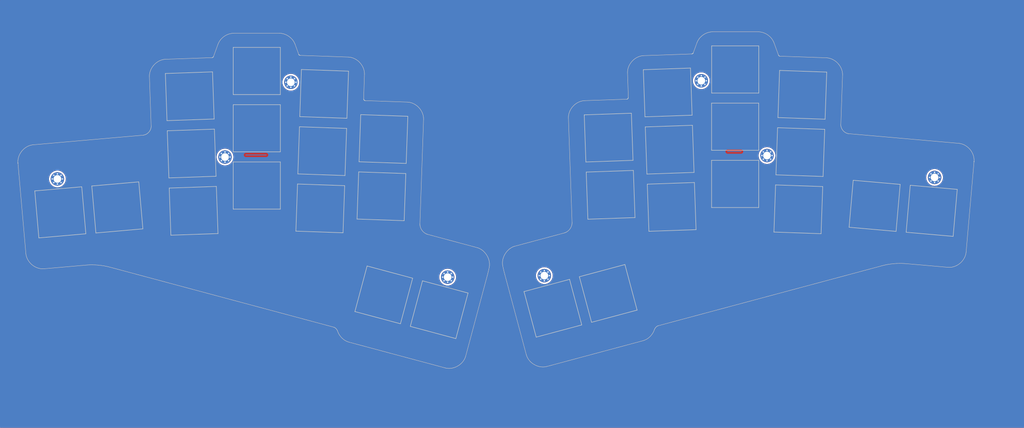
<source format=kicad_pcb>
(kicad_pcb (version 20221018) (generator pcbnew)
  (title_block (title "The Clog V2") (date "2022-06-26") (rev "1.1") (company "by S'mores"))
  (layers (0 "F.Cu" signal) (31 "B.Cu" signal) (34 "B.Paste" user) (35 "F.Paste" user) (36 "B.SilkS" user "B.Silkscreen") (37 "F.SilkS" user "F.Silkscreen") (38 "B.Mask" user) (39 "F.Mask" user) (44 "Edge.Cuts" user))
  (net 0 "")
  (footprint "footprints:choc-cutout" (layer "F.Cu") (at 173.438048 114.852081 -2)
    (fp_text reference "SW8" hide)
    (fp_text value "Switch" hide)
    (fp_line (start -7 7) (end -7 -7) (stroke (width 0.15)) (layer "Edge.Cuts"))
    (fp_line (start -7 7) (end 7 7) (stroke (width 0.15)) (layer "Edge.Cuts"))
    (fp_line (start 7 -7) (end -7 -7) (stroke (width 0.15)) (layer "Edge.Cuts"))
    (fp_line (start 7 -7) (end 7 7) (stroke (width 0.15)) (layer "Edge.Cuts"))
  )
  (footprint "footprints:choc-cutout" (layer "F.Cu") (at 154.684699 135.444027 -2)
    (fp_text reference "SW12" hide)
    (fp_text value "Switch" hide)
    (fp_line (start -7 7) (end -7 -7) (stroke (width 0.15)) (layer "Edge.Cuts"))
    (fp_line (start -7 7) (end 7 7) (stroke (width 0.15)) (layer "Edge.Cuts"))
    (fp_line (start 7 -7) (end -7 -7) (stroke (width 0.15)) (layer "Edge.Cuts"))
    (fp_line (start 7 -7) (end 7 7) (stroke (width 0.15)) (layer "Edge.Cuts"))
  )
  (footprint "footprints:choc-cutout" (layer "F.Cu") (at 277.84335 128.181947)
    (fp_text reference "SW26" hide)
    (fp_text value "Switch" hide)
    (fp_line (start -7 7) (end -7 -7) (stroke (width 0.15)) (layer "Edge.Cuts"))
    (fp_line (start -7 7) (end 7 7) (stroke (width 0.15)) (layer "Edge.Cuts"))
    (fp_line (start 7 -7) (end -7 -7) (stroke (width 0.15)) (layer "Edge.Cuts"))
    (fp_line (start 7 -7) (end 7 7) (stroke (width 0.15)) (layer "Edge.Cuts"))
  )
  (footprint "footprints:choc-cutout" (layer "F.Cu") (at 296.6 135.713894 -2)
    (fp_text reference "SW27" hide)
    (fp_text value "Switch" hide)
    (fp_line (start -7 7) (end -7 -7) (stroke (width 0.15)) (layer "Edge.Cuts"))
    (fp_line (start -7 7) (end 7 7) (stroke (width 0.15)) (layer "Edge.Cuts"))
    (fp_line (start 7 -7) (end -7 -7) (stroke (width 0.15)) (layer "Edge.Cuts"))
    (fp_line (start 7 -7) (end 7 7) (stroke (width 0.15)) (layer "Edge.Cuts"))
  )
  (footprint "footprints:choc-cutout" (layer "F.Cu") (at 116.502384 119.15208 2)
    (fp_text reference "SW5" hide)
    (fp_text value "Switch" hide)
    (fp_line (start -7 7) (end -7 -7) (stroke (width 0.15)) (layer "Edge.Cuts"))
    (fp_line (start -7 7) (end 7 7) (stroke (width 0.15)) (layer "Edge.Cuts"))
    (fp_line (start 7 -7) (end -7 -7) (stroke (width 0.15)) (layer "Edge.Cuts"))
    (fp_line (start 7 -7) (end 7 7) (stroke (width 0.15)) (layer "Edge.Cuts"))
  )
  (footprint "footprints:choc-cutout" (layer "F.Cu") (at 258.407686 118.009764 2)
    (fp_text reference "SW20" hide)
    (fp_text value "Switch" hide)
    (fp_line (start -7 7) (end -7 -7) (stroke (width 0.15)) (layer "Edge.Cuts"))
    (fp_line (start -7 7) (end 7 7) (stroke (width 0.15)) (layer "Edge.Cuts"))
    (fp_line (start 7 -7) (end -7 -7) (stroke (width 0.15)) (layer "Edge.Cuts"))
    (fp_line (start 7 -7) (end 7 7) (stroke (width 0.15)) (layer "Edge.Cuts"))
  )
  (footprint "footprints:choc-cutout" (layer "F.Cu") (at 336.193111 136.164112 -95)
    (fp_text reference "SW28" hide)
    (fp_text value "Switch" hide)
    (fp_line (start -7 7) (end -7 -7) (stroke (width 0.15)) (layer "Edge.Cuts"))
    (fp_line (start -7 7) (end 7 7) (stroke (width 0.15)) (layer "Edge.Cuts"))
    (fp_line (start 7 -7) (end -7 -7) (stroke (width 0.15)) (layer "Edge.Cuts"))
    (fp_line (start 7 -7) (end 7 7) (stroke (width 0.15)) (layer "Edge.Cuts"))
  )
  (footprint "footprints:m2-hole" (layer "F.Cu") (at 287.3 119.75)
    (fp_text reference "Ref**" hide)
    (fp_text value "Val**" hide)
  )
  (footprint "footprints:choc-cutout" (layer "F.Cu") (at 240.8767 131.413894 2)
    (fp_text reference "SW24" hide)
    (fp_text value "Switch" hide)
    (fp_line (start -7 7) (end -7 -7) (stroke (width 0.15)) (layer "Edge.Cuts"))
    (fp_line (start -7 7) (end 7 7) (stroke (width 0.15)) (layer "Edge.Cuts"))
    (fp_line (start 7 -7) (end -7 -7) (stroke (width 0.15)) (layer "Edge.Cuts"))
    (fp_line (start 7 -7) (end 7 7) (stroke (width 0.15)) (layer "Edge.Cuts"))
  )
  (footprint "footprints:choc-cutout" (layer "F.Cu") (at 172.838047 131.85208 -2)
    (fp_text reference "SW13" hide)
    (fp_text value "Switch" hide)
    (fp_line (start -7 7) (end -7 -7) (stroke (width 0.15)) (layer "Edge.Cuts"))
    (fp_line (start -7 7) (end 7 7) (stroke (width 0.15)) (layer "Edge.Cuts"))
    (fp_line (start 7 -7) (end -7 -7) (stroke (width 0.15)) (layer "Edge.Cuts"))
    (fp_line (start 7 -7) (end 7 7) (stroke (width 0.15)) (layer "Edge.Cuts"))
  )
  (footprint "footprints:choc-cutout" (layer "F.Cu") (at 135.83805 111.65208)
    (fp_text reference "SW6" hide)
    (fp_text value "Switch" hide)
    (fp_line (start -7 7) (end -7 -7) (stroke (width 0.15)) (layer "Edge.Cuts"))
    (fp_line (start -7 7) (end 7 7) (stroke (width 0.15)) (layer "Edge.Cuts"))
    (fp_line (start 7 -7) (end -7 -7) (stroke (width 0.15)) (layer "Edge.Cuts"))
    (fp_line (start 7 -7) (end 7 7) (stroke (width 0.15)) (layer "Edge.Cuts"))
  )
  (footprint "footprints:m2-hole" (layer "F.Cu") (at 76.65 126.7)
    (fp_text reference "Ref**" hide)
    (fp_text value "Val**" hide)
  )
  (footprint "footprints:choc-cutout" (layer "F.Cu") (at 77.5105 136.616301 95)
    (fp_text reference "SW9" hide)
    (fp_text value "Switch" hide)
    (fp_line (start -7 7) (end -7 -7) (stroke (width 0.15)) (layer "Edge.Cuts"))
    (fp_line (start -7 7) (end 7 7) (stroke (width 0.15)) (layer "Edge.Cuts"))
    (fp_line (start 7 -7) (end -7 -7) (stroke (width 0.15)) (layer "Edge.Cuts"))
    (fp_line (start 7 -7) (end 7 7) (stroke (width 0.15)) (layer "Edge.Cuts"))
  )
  (footprint "footprints:m2-hole" (layer "F.Cu") (at 145.95 98)
    (fp_text reference "Ref**" hide)
    (fp_text value "Val**" hide)
  )
  (footprint "footprints:choc-cutout" (layer "F.Cu") (at 257.827686 101.019764 2)
    (fp_text reference "SW16" hide)
    (fp_text value "Switch" hide)
    (fp_line (start -7 7) (end -7 -7) (stroke (width 0.15)) (layer "Edge.Cuts"))
    (fp_line (start -7 7) (end 7 7) (stroke (width 0.15)) (layer "Edge.Cuts"))
    (fp_line (start 7 -7) (end -7 -7) (stroke (width 0.15)) (layer "Edge.Cuts"))
    (fp_line (start 7 -7) (end 7 7) (stroke (width 0.15)) (layer "Edge.Cuts"))
  )
  (footprint "footprints:m2-hole" (layer "F.Cu") (at 337.05 126.25)
    (fp_text reference "Ref**" hide)
    (fp_text value "Val**" hide)
  )
  (footprint "footprints:m2-hole" (layer "F.Cu") (at 126.4 120.2)
    (fp_text reference "Ref**" hide)
    (fp_text value "Val**" hide)
  )
  (footprint "footprints:choc-cutout" (layer "F.Cu") (at 155.267621 118.45208 -2)
    (fp_text reference "SW7" hide)
    (fp_text value "Switch" hide)
    (fp_line (start -7 7) (end -7 -7) (stroke (width 0.15)) (layer "Edge.Cuts"))
    (fp_line (start -7 7) (end 7 7) (stroke (width 0.15)) (layer "Edge.Cuts"))
    (fp_line (start 7 -7) (end -7 -7) (stroke (width 0.15)) (layer "Edge.Cuts"))
    (fp_line (start 7 -7) (end 7 7) (stroke (width 0.15)) (layer "Edge.Cuts"))
  )
  (footprint "footprints:choc-cutout" (layer "F.Cu") (at 135.838048 94.65208)
    (fp_text reference "SW2" hide)
    (fp_text value "Switch" hide)
    (fp_line (start -7 7) (end -7 -7) (stroke (width 0.15)) (layer "Edge.Cuts"))
    (fp_line (start -7 7) (end 7 7) (stroke (width 0.15)) (layer "Edge.Cuts"))
    (fp_line (start 7 -7) (end -7 -7) (stroke (width 0.15)) (layer "Edge.Cuts"))
    (fp_line (start 7 -7) (end 7 7) (stroke (width 0.15)) (layer "Edge.Cuts"))
  )
  (footprint "footprints:choc-cutout" (layer "F.Cu") (at 155.838049 101.452081 -2)
    (fp_text reference "SW3" hide)
    (fp_text value "Switch" hide)
    (fp_line (start -7 7) (end -7 -7) (stroke (width 0.15)) (layer "Edge.Cuts"))
    (fp_line (start -7 7) (end 7 7) (stroke (width 0.15)) (layer "Edge.Cuts"))
    (fp_line (start 7 -7) (end -7 -7) (stroke (width 0.15)) (layer "Edge.Cuts"))
    (fp_line (start 7 -7) (end 7 7) (stroke (width 0.15)) (layer "Edge.Cuts"))
  )
  (footprint "footprints:choc-cutout" (layer "F.Cu") (at 277.84335 111.191947)
    (fp_text reference "SW21" hide)
    (fp_text value "Switch" hide)
    (fp_line (start -7 7) (end -7 -7) (stroke (width 0.15)) (layer "Edge.Cuts"))
    (fp_line (start -7 7) (end 7 7) (stroke (width 0.15)) (layer "Edge.Cuts"))
    (fp_line (start 7 -7) (end -7 -7) (stroke (width 0.15)) (layer "Edge.Cuts"))
    (fp_line (start 7 -7) (end 7 7) (stroke (width 0.15)) (layer "Edge.Cuts"))
  )
  (footprint "footprints:choc-cutout" (layer "F.Cu") (at 223.736855 165.084539 105)
    (fp_text reference "SW29" hide)
    (fp_text value "Switch" hide)
    (fp_line (start -7 7) (end -7 -7) (stroke (width 0.15)) (layer "Edge.Cuts"))
    (fp_line (start -7 7) (end 7 7) (stroke (width 0.15)) (layer "Edge.Cuts"))
    (fp_line (start 7 -7) (end -7 -7) (stroke (width 0.15)) (layer "Edge.Cuts"))
    (fp_line (start 7 -7) (end 7 7) (stroke (width 0.15)) (layer "Edge.Cuts"))
  )
  (footprint "footprints:choc-cutout" (layer "F.Cu") (at 297.792922 101.728759 -2)
    (fp_text reference "SW18" hide)
    (fp_text value "Switch" hide)
    (fp_line (start -7 7) (end -7 -7) (stroke (width 0.15)) (layer "Edge.Cuts"))
    (fp_line (start -7 7) (end 7 7) (stroke (width 0.15)) (layer "Edge.Cuts"))
    (fp_line (start 7 -7) (end -7 -7) (stroke (width 0.15)) (layer "Edge.Cuts"))
    (fp_line (start 7 -7) (end 7 7) (stroke (width 0.15)) (layer "Edge.Cuts"))
  )
  (footprint "footprints:choc-cutout" (layer "F.Cu") (at 240.166855 160.681947 105)
    (fp_text reference "SW30" hide)
    (fp_text value "Switch" hide)
    (fp_line (start -7 7) (end -7 -7) (stroke (width 0.15)) (layer "Edge.Cuts"))
    (fp_line (start -7 7) (end 7 7) (stroke (width 0.15)) (layer "Edge.Cuts"))
    (fp_line (start 7 -7) (end -7 -7) (stroke (width 0.15)) (layer "Edge.Cuts"))
    (fp_line (start 7 -7) (end 7 7) (stroke (width 0.15)) (layer "Edge.Cuts"))
  )
  (footprint "footprints:choc-cutout" (layer "F.Cu") (at 319.253993 134.681018 -95)
    (fp_text reference "SW23" hide)
    (fp_text value "Switch" hide)
    (fp_line (start -7 7) (end -7 -7) (stroke (width 0.15)) (layer "Edge.Cuts"))
    (fp_line (start -7 7) (end 7 7) (stroke (width 0.15)) (layer "Edge.Cuts"))
    (fp_line (start 7 -7) (end -7 -7) (stroke (width 0.15)) (layer "Edge.Cuts"))
    (fp_line (start 7 -7) (end 7 7) (stroke (width 0.15)) (layer "Edge.Cuts"))
  )
  (footprint "footprints:choc-cutout" (layer "F.Cu") (at 277.86335 94.201947)
    (fp_text reference "SW17" hide)
    (fp_text value "Switch" hide)
    (fp_line (start -7 7) (end -7 -7) (stroke (width 0.15)) (layer "Edge.Cuts"))
    (fp_line (start -7 7) (end 7 7) (stroke (width 0.15)) (layer "Edge.Cuts"))
    (fp_line (start 7 -7) (end -7 -7) (stroke (width 0.15)) (layer "Edge.Cuts"))
    (fp_line (start 7 -7) (end 7 7) (stroke (width 0.15)) (layer "Edge.Cuts"))
  )
  (footprint "footprints:choc-cutout" (layer "F.Cu") (at 189.983047 165.52008 -105)
    (fp_text reference "SW15" hide)
    (fp_text value "Switch" hide)
    (fp_line (start -7 7) (end -7 -7) (stroke (width 0.15)) (layer "Edge.Cuts"))
    (fp_line (start -7 7) (end 7 7) (stroke (width 0.15)) (layer "Edge.Cuts"))
    (fp_line (start 7 -7) (end -7 -7) (stroke (width 0.15)) (layer "Edge.Cuts"))
    (fp_line (start 7 -7) (end 7 7) (stroke (width 0.15)) (layer "Edge.Cuts"))
  )
  (footprint "footprints:choc-cutout" (layer "F.Cu") (at 94.438049 135.152082 95)
    (fp_text reference "SW4" hide)
    (fp_text value "Switch" hide)
    (fp_line (start -7 7) (end -7 -7) (stroke (width 0.15)) (layer "Edge.Cuts"))
    (fp_line (start -7 7) (end 7 7) (stroke (width 0.15)) (layer "Edge.Cuts"))
    (fp_line (start 7 -7) (end -7 -7) (stroke (width 0.15)) (layer "Edge.Cuts"))
    (fp_line (start 7 -7) (end 7 7) (stroke (width 0.15)) (layer "Edge.Cuts"))
  )
  (footprint "footprints:m2-hole" (layer "F.Cu") (at 192.5 155.85)
    (fp_text reference "Ref**" hide)
    (fp_text value "Val**" hide)
  )
  (footprint "footprints:choc-cutout" (layer "F.Cu") (at 135.838047 128.65208)
    (fp_text reference "SW11" hide)
    (fp_text value "Switch" hide)
    (fp_line (start -7 7) (end -7 -7) (stroke (width 0.15)) (layer "Edge.Cuts"))
    (fp_line (start -7 7) (end 7 7) (stroke (width 0.15)) (layer "Edge.Cuts"))
    (fp_line (start 7 -7) (end -7 -7) (stroke (width 0.15)) (layer "Edge.Cuts"))
    (fp_line (start 7 -7) (end 7 7) (stroke (width 0.15)) (layer "Edge.Cuts"))
  )
  (footprint "footprints:m2-hole" (layer "F.Cu") (at 267.8 97.55)
    (fp_text reference "Ref**" hide)
    (fp_text value "Val**" hide)
  )
  (footprint "footprints:choc-cutout" (layer "F.Cu") (at 259 135 2)
    (fp_text reference "SW25" hide)
    (fp_text value "Switch" hide)
    (fp_line (start -7 7) (end -7 -7) (stroke (width 0.15)) (layer "Edge.Cuts"))
    (fp_line (start -7 7) (end 7 7) (stroke (width 0.15)) (layer "Edge.Cuts"))
    (fp_line (start 7 -7) (end -7 -7) (stroke (width 0.15)) (layer "Edge.Cuts"))
    (fp_line (start 7 -7) (end 7 7) (stroke (width 0.15)) (layer "Edge.Cuts"))
  )
  (footprint "footprints:m2-hole" (layer "F.Cu") (at 221.2 155.4)
    (fp_text reference "Ref**" hide)
    (fp_text value "Val**" hide)
  )
  (footprint "footprints:choc-cutout" (layer "F.Cu") (at 173.533048 161.12008 -105)
    (fp_text reference "SW14" hide)
    (fp_text value "Switch" hide)
    (fp_line (start -7 7) (end -7 -7) (stroke (width 0.15)) (layer "Edge.Cuts"))
    (fp_line (start -7 7) (end 7 7) (stroke (width 0.15)) (layer "Edge.Cuts"))
    (fp_line (start 7 -7) (end -7 -7) (stroke (width 0.15)) (layer "Edge.Cuts"))
    (fp_line (start 7 -7) (end 7 7) (stroke (width 0.15)) (layer "Edge.Cuts"))
  )
  (footprint "footprints:choc-cutout" (layer "F.Cu") (at 240.287443 114.425541 2)
    (fp_text reference "SW19" hide)
    (fp_text value "Switch" hide)
    (fp_line (start -7 7) (end -7 -7) (stroke (width 0.15)) (layer "Edge.Cuts"))
    (fp_line (start -7 7) (end 7 7) (stroke (width 0.15)) (layer "Edge.Cuts"))
    (fp_line (start 7 -7) (end -7 -7) (stroke (width 0.15)) (layer "Edge.Cuts"))
    (fp_line (start 7 -7) (end 7 7) (stroke (width 0.15)) (layer "Edge.Cuts"))
  )
  (footprint "footprints:choc-cutout" (layer "F.Cu") (at 115.938047 102.15208 2)
    (fp_text reference "SW1" hide)
    (fp_text value "Switch" hide)
    (fp_line (start -7 7) (end -7 -7) (stroke (width 0.15)) (layer "Edge.Cuts"))
    (fp_line (start -7 7) (end 7 7) (stroke (width 0.15)) (layer "Edge.Cuts"))
    (fp_line (start 7 -7) (end -7 -7) (stroke (width 0.15)) (layer "Edge.Cuts"))
    (fp_line (start 7 -7) (end 7 7) (stroke (width 0.15)) (layer "Edge.Cuts"))
  )
  (footprint "footprints:choc-cutout" (layer "F.Cu") (at 117.084699 136.160133 2)
    (fp_text reference "SW10" hide)
    (fp_text value "Switch" hide)
    (fp_line (start -7 7) (end -7 -7) (stroke (width 0.15)) (layer "Edge.Cuts"))
    (fp_line (start -7 7) (end 7 7) (stroke (width 0.15)) (layer "Edge.Cuts"))
    (fp_line (start 7 -7) (end -7 -7) (stroke (width 0.15)) (layer "Edge.Cuts"))
    (fp_line (start 7 -7) (end 7 7) (stroke (width 0.15)) (layer "Edge.Cuts"))
  )
  (footprint "footprints:choc-cutout" (layer "F.Cu") (at 297.192922 118.728759 -2)
    (fp_text reference "SW22" hide)
    (fp_text value "Switch" hide)
    (fp_line (start -7 7) (end -7 -7) (stroke (width 0.15)) (layer "Edge.Cuts"))
    (fp_line (start -7 7) (end 7 7) (stroke (width 0.15)) (layer "Edge.Cuts"))
    (fp_line (start 7 -7) (end -7 -7) (stroke (width 0.15)) (layer "Edge.Cuts"))
    (fp_line (start 7 -7) (end 7 7) (stroke (width 0.15)) (layer "Edge.Cuts"))
  )
  (gr_line (start 347.05377 117.412842) (end 347.230449 117.581109) (stroke (width 0.1)) (layer "Edge.Cuts"))
  (gr_line (start 159.218255 170.995368) (end 159.131145 170.927747) (stroke (width 0.1)) (layer "Edge.Cuts"))
  (gr_line (start 102.678349 113.568326) (end 102.793744 113.523303) (stroke (width 0.1)) (layer "Edge.Cuts"))
  (gr_line (start 348.702725 120.329973) (end 348.740373 120.569988) (stroke (width 0.1)) (layer "Edge.Cuts"))
  (gr_line (start 246.118626 102.673391) (end 246.126065 102.650305) (stroke (width 0.1)) (layer "Edge.Cuts"))
  (gr_line (start 194.607635 182.642791) (end 194.835556 182.555067) (stroke (width 0.1)) (layer "Edge.Cuts"))
  (gr_line (start 89.614078 152.373311) (end 90.490394 152.506457) (stroke (width 0.1)) (layer "Edge.Cuts"))
  (gr_line (start 183.783888 105.345196) (end 183.954399 105.519911) (stroke (width 0.1)) (layer "Edge.Cuts"))
  (gr_line (start 309.179665 93.570476) (end 309.062158 93.357011) (stroke (width 0.1)) (layer "Edge.Cuts"))
  (gr_line (start 270.057148 83.162492) (end 269.873578 83.211665) (stroke (width 0.1)) (layer "Edge.Cuts"))
  (gr_line (start 254.171441 170.890543) (end 254.106001 170.982802) (stroke (width 0.1)) (layer "Edge.Cuts"))
  (gr_line (start 143.638952 83.591165) (end 143.453652 83.549136) (stroke (width 0.1)) (layer "Edge.Cuts"))
  (gr_line (start 347.713079 118.131278) (end 347.856993 118.328398) (stroke (width 0.1)) (layer "Edge.Cuts"))
  (gr_line (start 229.579162 105.273402) (end 229.741701 105.091238) (stroke (width 0.1)) (layer "Edge.Cuts"))
  (gr_line (start 104.089584 95.132753) (end 104.039003 95.369886) (stroke (width 0.1)) (layer "Edge.Cuts"))
  (gr_line (start 106.286961 92.013244) (end 106.08824 92.154758) (stroke (width 0.1)) (layer "Edge.Cuts"))
  (gr_line (start 67.017305 117.530174) (end 67.214905 117.387934) (stroke (width 0.1)) (layer "Edge.Cuts"))
  (gr_line (start 72.45386 153.375223) (end 72.20914 153.376199) (stroke (width 0.1)) (layer "Edge.Cuts"))
  (gr_line (start 167.577474 103.102064) (end 167.586048 103.124776) (stroke (width 0.1)) (layer "Edge.Cuts"))
  (gr_line (start 197.389767 180.3794) (end 197.507478 180.167422) (stroke (width 0.1)) (layer "Edge.Cuts"))
  (gr_line (start 126.474758 84.171591) (end 126.15481 84.378908) (stroke (width 0.1)) (layer "Edge.Cuts"))
  (gr_line (start 167.984964 103.447569) (end 168.009169 103.450462) (stroke (width 0.1)) (layer "Edge.Cuts"))
  (gr_line (start 309.255248 111.052346) (end 309.279789 111.173507) (stroke (width 0.1)) (layer "Edge.Cuts"))
  (gr_line (start 290.755085 90.029966) (end 290.776583 90.060005) (stroke (width 0.1)) (layer "Edge.Cuts"))
  (gr_line (start 122.782792 90.612038) (end 122.813503 90.59133) (stroke (width 0.1)) (layer "Edge.Cuts"))
  (gr_line (start 265.331286 89.408047) (end 265.342855 89.393632) (stroke (width 0.1)) (layer "Edge.Cuts"))
  (gr_line (start 308.652191 92.750442) (end 308.49765 92.560881) (stroke (width 0.1)) (layer "Edge.Cuts"))
  (gr_line (start 148.69731 90.019415) (end 148.715728 90.021176) (stroke (width 0.1)) (layer "Edge.Cuts"))
  (gr_line (start 193.665799 182.885855) (end 193.904818 182.841819) (stroke (width 0.1)) (layer "Edge.Cuts"))
  (gr_line (start 309.606516 94.70408) (end 309.543834 94.469877) (stroke (width 0.1)) (layer "Edge.Cuts"))
  (gr_line (start 216.573426 180.355386) (end 216.721844 180.547511) (stroke (width 0.1)) (layer "Edge.Cuts"))
  (gr_line (start 167.80402 95.689676) (end 167.551342 102.93397) (stroke (width 0.1)) (layer "Edge.Cuts"))
  (gr_line (start 309.730816 95.910906) (end 309.732435 95.666121) (stroke (width 0.1)) (layer "Edge.Cuts"))
  (gr_line (start 64.919414 121.728989) (end 64.918399 121.484251) (stroke (width 0.1)) (layer "Edge.Cuts"))
  (gr_line (start 265.106452 89.565406) (end 265.123736 89.558857) (stroke (width 0.1)) (layer "Edge.Cuts"))
  (gr_line (start 148.312571 89.760702) (end 148.321859 89.776665) (stroke (width 0.1)) (layer "Edge.Cuts"))
  (gr_line (start 167.768817 94.956412) (end 167.793845 95.199358) (stroke (width 0.1)) (layer "Edge.Cuts"))
  (gr_line (start 309.823719 112.276847) (end 309.904157 112.371977) (stroke (width 0.1)) (layer "Edge.Cuts"))
  (gr_line (start 245.735078 103.014694) (end 245.75872 103.009223) (stroke (width 0.1)) (layer "Edge.Cuts"))
  (gr_line (start 253.472547 172.32606) (end 253.314349 172.587859) (stroke (width 0.1)) (layer "Edge.Cuts"))
  (gr_line (start 68.566888 151.651955) (end 68.406909 151.467955) (stroke (width 0.1)) (layer "Edge.Cuts"))
  (gr_line (start 124.825691 85.727264) (end 124.626288 86.050683) (stroke (width 0.1)) (layer "Edge.Cuts"))
  (gr_line (start 254.951509 170.294222) (end 254.849414 170.334773) (stroke (width 0.1)) (layer "Edge.Cuts"))
  (gr_line (start 232.444698 103.545199) (end 232.684977 103.503379) (stroke (width 0.1)) (layer "Edge.Cuts"))
  (gr_line (start 160.080738 172.484157) (end 159.953945 172.205664) (stroke (width 0.1)) (layer "Edge.Cuts"))
  (gr_line (start 245.849522 102.975474) (end 245.871091 102.964273) (stroke (width 0.1)) (layer "Edge.Cuts"))
  (gr_line (start 145.810497 84.73161) (end 145.664812 84.608712) (stroke (width 0.1)) (layer "Edge.Cuts"))
  (gr_line (start 102.320021 113.668105) (end 102.441315 113.640926) (stroke (width 0.1)) (layer "Edge.Cuts"))
  (gr_line (start 215.83457 178.832994) (end 215.904601 179.067554) (stroke (width 0.1)) (layer "Edge.Cuts"))
  (gr_line (start 345.83818 150.237038) (end 345.715406 150.44684) (stroke (width 0.1)) (layer "Edge.Cuts"))
  (gr_line (start 159.040094 170.866281) (end 158.945231 170.811378) (stroke (width 0.1)) (layer "Edge.Cuts"))
  (gr_line (start 202.089984 147.420768) (end 202.290902 147.532141) (stroke (width 0.1)) (layer "Edge.Cuts"))
  (gr_line (start 103.872381 112.70552) (end 103.948603 112.607028) (stroke (width 0.1)) (layer "Edge.Cuts"))
  (gr_line (start 146.087894 84.992684) (end 145.951597 84.859652) (stroke (width 0.1)) (layer "Edge.Cuts"))
  (gr_line (start 245.965121 94.28709) (end 246.015398 94.049136) (stroke (width 0.1)) (layer "Edge.Cuts"))
  (gr_line (start 103.948603 112.607028) (end 104.020435 112.505375) (stroke (width 0.1)) (layer "Edge.Cuts"))
  (gr_line (start 167.551176 102.959361) (end 167.552376 102.983707) (stroke (width 0.1)) (layer "Edge.Cuts"))
  (gr_line (start 325.85659 151.78889) (end 326.744066 151.767358) (stroke (width 0.1)) (layer "Edge.Cuts"))
  (gr_line (start 347.399459 117.757215) (end 347.560451 117.940744) (stroke (width 0.1)) (layer "Edge.Cuts"))
  (gr_line (start 265.280004 89.461335) (end 265.293535 89.448698) (stroke (width 0.1)) (layer "Edge.Cuts"))
  (gr_line (start 103.12536 113.355729) (end 103.230465 113.2897) (stroke (width 0.1)) (layer "Edge.Cuts"))
  (gr_line (start 159.706673 171.606688) (end 159.650814 171.507435) (stroke (width 0.1)) (layer "Edge.Cuts"))
  (gr_line (start 346.221647 149.345507) (end 346.142759 149.575543) (stroke (width 0.1)) (layer "Edge.Cuts"))
  (gr_line (start 208.784315 152.065417) (end 208.768612 151.833286) (stroke (width 0.1)) (layer "Edge.Cuts"))
  (gr_line (start 185.870132 142.858531) (end 185.984502 142.922403) (stroke (width 0.1)) (layer "Edge.Cuts"))
  (gr_line (start 167.961022 103.443367) (end 167.984964 103.447569) (stroke (width 0.1)) (layer "Edge.Cuts"))
  (gr_line (start 245.782023 103.002526) (end 245.80495 102.994641) (stroke (width 0.1)) (layer "Edge.Cuts"))
  (gr_line (start 229.424968 105.462619) (end 229.579162 105.273402) (stroke (width 0.1)) (layer "Edge.Cuts"))
  (gr_line (start 192.941242 182.947157) (end 193.18353 182.938802) (stroke (width 0.1)) (layer "Edge.Cuts"))
  (gr_line (start 231.297747 103.935376) (end 231.518637 103.834517) (stroke (width 0.1)) (layer "Edge.Cuts"))
  (gr_line (start 122.941015 90.458639) (end 122.960193 90.427081) (stroke (width 0.1)) (layer "Edge.Cuts"))
  (gr_line (start 287.221342 83.742918) (end 286.887451 83.559255) (stroke (width 0.1)) (layer "Edge.Cuts"))
  (gr_line (start 348.762087 121.545793) (end 348.762084 121.545805) (stroke (width 0.1)) (layer "Edge.Cuts"))
  (gr_line (start 184.296027 140.542884) (end 184.318214 140.672313) (stroke (width 0.1)) (layer "Edge.Cuts"))
  (gr_line (start 245.912609 102.938838) (end 245.93248 102.924686) (stroke (width 0.1)) (layer "Edge.Cuts"))
  (gr_line (start 148.295874 89.72774) (end 148.303902 89.744389) (stroke (width 0.1)) (layer "Edge.Cuts"))
  (gr_line (start 254.106001 170.982802) (end 254.045286 171.078762) (stroke (width 0.1)) (layer "Edge.Cuts"))
  (gr_line (start 160.741756 173.510359) (end 160.554698 173.268694) (stroke (width 0.1)) (layer "Edge.Cuts"))
  (gr_line (start 216.879535 180.732464) (end 217.046017 180.909967) (stroke (width 0.1)) (layer "Edge.Cuts"))
  (gr_line (start 268.820786 83.648098) (end 268.655475 83.742968) (stroke (width 0.1)) (layer "Edge.Cuts"))
  (gr_line (start 158.846686 170.763446) (end 158.744591 170.722895) (stroke (width 0.1)) (layer "Edge.Cuts"))
  (gr_line (start 265.407595 89.282096) (end 265.414284 89.264818) (stroke (width 0.1)) (layer "Edge.Cuts"))
  (gr_line (start 88.728654 152.276835) (end 89.614078 152.373311) (stroke (width 0.1)) (layer "Edge.Cuts"))
  (gr_line (start 125.296188 85.130485) (end 125.049576 85.420121) (stroke (width 0.1)) (layer "Edge.Cuts"))
  (gr_line (start 196.475291 181.508414) (end 196.650083 181.33864) (stroke (width 0.1)) (layer "Edge.Cuts"))
  (gr_line (start 229.912212 104.916523) (end 230.090323 104.749653) (stroke (width 0.1)) (layer "Edge.Cuts"))
  (gr_line (start 87.83951 152.217563) (end 88.728654 152.276835) (stroke (width 0.1)) (layer "Edge.Cuts"))
  (gr_line (start 270.806536 83.038771) (end 270.617362 83.058448) (stroke (width 0.1)) (layer "Edge.Cuts"))
  (gr_line (start 202.863324 147.927034) (end 203.042958 148.077364) (stroke (width 0.1)) (layer "Edge.Cuts"))
  (gr_line (start 103.619111 112.98003) (end 103.707462 112.892219) (stroke (width 0.1)) (layer "Edge.Cuts"))
  (gr_line (start 166.729871 92.522841) (end 166.875349 92.718716) (stroke (width 0.1)) (layer "Edge.Cuts"))
  (gr_line (start 245.711136 103.018896) (end 245.735078 103.014694) (stroke (width 0.1)) (layer "Edge.Cuts"))
  (gr_line (start 184.622583 141.53696) (end 184.753456 141.765403) (stroke (width 0.1)) (layer "Edge.Cuts"))
  (gr_line (start 212.451921 146.661608) (end 227.102697 142.735216) (stroke (width 0.1)) (layer "Edge.Cuts"))
  (gr_line (start 184.279563 140.412507) (end 184.296027 140.542884) (stroke (width 0.1)) (layer "Edge.Cuts"))
  (gr_line (start 68.754402 116.681956) (end 68.992483 116.627501) (stroke (width 0.1)) (layer "Edge.Cuts"))
  (gr_line (start 143.078738 83.487121) (end 142.889564 83.467444) (stroke (width 0.1)) (layer "Edge.Cuts"))
  (gr_line (start 265.071238 89.576567) (end 265.088946 89.571314) (stroke (width 0.1)) (layer "Edge.Cuts"))
  (gr_line (start 265.266032 89.473491) (end 265.280004 89.461335) (stroke (width 0.1)) (layer "Edge.Cuts"))
  (gr_line (start 202.486977 147.653955) (end 202.677891 147.785742) (stroke (width 0.1)) (layer "Edge.Cuts"))
  (gr_line (start 208.774346 151.367153) (end 208.795146 151.134085) (stroke (width 0.1)) (layer "Edge.Cuts"))
  (gr_line (start 160.94229 173.740667) (end 160.741756 173.510359) (stroke (width 0.1)) (layer "Edge.Cuts"))
  (gr_line (start 148.522041 89.964186) (end 148.538541 89.972569) (stroke (width 0.1)) (layer "Edge.Cuts"))
  (gr_line (start 246.143724 102.555034) (end 246.144924 102.530688) (stroke (width 0.1)) (layer "Edge.Cuts"))
  (gr_line (start 217.220809 181.079741) (end 217.40343 181.241509) (stroke (width 0.1)) (layer "Edge.Cuts"))
  (gr_line (start 165.283511 91.228763) (end 165.488301 91.36029) (stroke (width 0.1)) (layer "Edge.Cuts"))
  (gr_line (start 267.476933 84.70188) (end 267.350902 84.844432) (stroke (width 0.1)) (layer "Edge.Cuts"))
  (gr_line (start 122.870195 90.543736) (end 122.895857 90.517082) (stroke (width 0.1)) (layer "Edge.Cuts"))
  (gr_line (start 228.423853 107.65553) (end 228.474132 107.417576) (stroke (width 0.1)) (layer "Edge.Cuts"))
  (gr_line (start 65.57881 119.169403) (end 65.704254 118.960361) (stroke (width 0.1)) (layer "Edge.Cuts"))
  (gr_line (start 228.629282 141.759627) (end 228.794209 141.554315) (stroke (width 0.1)) (layer "Edge.Cuts"))
  (gr_line (start 308.798043 92.946588) (end 308.652191 92.750442) (stroke (width 0.1)) (layer "Edge.Cuts"))
  (gr_line (start 265.400226 89.299067) (end 265.407595 89.282096) (stroke (width 0.1)) (layer "Edge.Cuts"))
  (gr_line (start 229.073517 141.108287) (end 229.185764 140.870398) (stroke (width 0.1)) (layer "Edge.Cuts"))
  (gr_line (start 341.48696 152.947526) (end 341.24224 152.94655) (stroke (width 0.1)) (layer "Edge.Cuts"))
  (gr_line (start 182.614248 104.475525) (end 182.824776 104.597225) (stroke (width 0.1)) (layer "Edge.Cuts"))
  (gr_line (start 203.383558 148.403268) (end 203.543885 148.577907) (stroke (width 0.1)) (layer "Edge.Cuts"))
  (gr_line (start 210.009554 157.102098) (end 209.460016 155.051561) (stroke (width 0.1)) (layer "Edge.Cuts"))
  (gr_line (start 204.236084 155.480234) (end 203.686546 157.530771) (stroke (width 0.1)) (layer "Edge.Cuts"))
  (gr_line (start 229.431761 139.720949) (end 229.430254 139.588793) (stroke (width 0.1)) (layer "Edge.Cuts"))
  (gr_line (start 270.242448 83.120463) (end 270.057148 83.162492) (stroke (width 0.1)) (layer "Edge.Cuts"))
  (gr_line (start 230.467857 104.441035) (end 230.666535 104.300078) (stroke (width 0.1)) (layer "Edge.Cuts"))
  (gr_line (start 167.803967 103.38072) (end 167.825009 103.392946) (stroke (width 0.1)) (layer "Edge.Cuts"))
  (gr_line (start 186.221077 143.034932) (end 186.343017 143.083235) (stroke (width 0.1)) (layer "Edge.Cuts"))
  (gr_line (start 250.740797 174.642403) (end 250.447624 174.731798) (stroke (width 0.1)) (layer "Edge.Cuts"))
  (gr_line (start 122.960193 90.427081) (end 122.976891 90.394121) (stroke (width 0.1)) (layer "Edge.Cuts"))
  (gr_line (start 288.132332 84.430912) (end 287.845539 84.179976) (stroke (width 0.1)) (layer "Edge.Cuts"))
  (gr_line (start 65.043216 120.52104) (end 65.1049 120.286262) (stroke (width 0.1)) (layer "Edge.Cuts"))
  (gr_line (start 71.483601 153.301119) (end 71.24602 153.251249) (stroke (width 0.1)) (layer "Edge.Cuts"))
  (gr_line (start 210.479624 147.807592) (end 210.653142 147.648691) (stroke (width 0.1)) (layer "Edge.Cuts"))
  (gr_line (start 346.678795 117.101501) (end 346.481195 116.959261) (stroke (width 0.1)) (layer "Edge.Cuts"))
  (gr_line (start 148.402565 89.877371) (end 148.416096 89.890008) (stroke (width 0.1)) (layer "Edge.Cuts"))
  (gr_line (start 69.094696 152.158648) (end 68.911199 151.99765) (stroke (width 0.1)) (layer "Edge.Cuts"))
  (gr_line (start 211.405198 147.103468) (end 211.606116 146.992095) (stroke (width 0.1)) (layer "Edge.Cuts"))
  (gr_line (start 247.120424 91.904949) (end 247.282963 91.722784) (stroke (width 0.1)) (layer "Edge.Cuts"))
  (gr_line (start 64.934021 121.973398) (end 65.229568 125.346842) (stroke (width 0.1)) (layer "Edge.Cuts"))
  (gr_line (start 143.453652 83.549136) (end 143.26684 83.514403) (stroke (width 0.1)) (layer "Edge.Cuts"))
  (gr_line (start 167.868638 103.414284) (end 167.89115 103.423314) (stroke (width 0.1)) (layer "Edge.Cuts"))
  (gr_line (start 265.236845 89.496301) (end 265.251639 89.485151) (stroke (width 0.1)) (layer "Edge.Cuts"))
  (gr_line (start 220.754858 182.518484) (end 220.997273 182.51439) (stroke (width 0.1)) (layer "Edge.Cuts"))
  (gr_line (start 165.879175 91.65124) (end 166.064514 91.809869) (stroke (width 0.1)) (layer "Edge.Cuts"))
  (gr_line (start 345.950608 150.021657) (end 345.83818 150.237038) (stroke (width 0.1)) (layer "Edge.Cuts"))
  (gr_line (start 67.283233 148.815622) (end 67.283233 148.815592) (stroke (width 0.1)) (layer "Edge.Cuts"))
  (gr_line (start 253.938555 171.280152) (end 253.892799 171.384764) (stroke (width 0.1)) (layer "Edge.Cuts"))
  (gr_line (start 209.150956 149.765117) (end 209.245786 149.546225) (stroke (width 0.1)) (layer "Edge.Cuts"))
  (gr_line (start 64.993375 120.758646) (end 65.043216 120.52104) (stroke (width 0.1)) (layer "Edge.Cuts"))
  (gr_line (start 167.563767 103.055558) (end 167.570035 103.078978) (stroke (width 0.1)) (layer "Edge.Cuts"))
  (gr_line (start 348.776686 121.300316) (end 348.762087 121.545793) (stroke (width 0.1)) (layer "Edge.Cuts"))
  (gr_line (start 265.22167 89.506927) (end 265.236845 89.496301) (stroke (width 0.1)) (layer "Edge.Cuts"))
  (gr_line (start 217.593398 181.394994) (end 217.790232 181.539917) (stroke (width 0.1)) (layer "Edge.Cuts"))
  (gr_line (start 64.955727 120.998661) (end 64.993375 120.758646) (stroke (width 0.1)) (layer "Edge.Cuts"))
  (gr_line (start 270.42926 83.08573) (end 270.242448 83.120463) (stroke (width 0.1)) (layer "Edge.Cuts"))
  (gr_line (start 185.272247 108.084203) (end 185.310087 108.324851) (stroke (width 0.1)) (layer "Edge.Cuts"))
  (gr_line (start 309.346538 111.411514) (end 309.3884 111.527963) (stroke (width 0.1)) (layer "Edge.Cuts"))
  (gr_line (start 148.288505 89.710769) (end 148.295874 89.72774) (stroke (width 0.1)) (layer "Edge.Cuts"))
  (gr_line (start 348.777701 121.055578) (end 348.776686 121.300316) (stroke (width 0.1)) (layer "Edge.Cuts"))
  (gr_line (start 264.961873 89.593523) (end 264.980372 89.592503) (stroke (width 0.1)) (layer "Edge.Cuts"))
  (gr_line (start 196.29267 181.670182) (end 196.475291 181.508414) (stroke (width 0.1)) (layer "Edge.Cuts"))
  (gr_line (start 143.822522 83.640338) (end 143.638952 83.591165) (stroke (width 0.1)) (layer "Edge.Cuts"))
  (gr_line (start 291.157551 90.260424) (end 304.908211 90.739275) (stroke (width 0.1)) (layer "Edge.Cuts"))
  (gr_line (start 307.985676 92.035777) (end 307.800165 91.876623) (stroke (width 0.1)) (layer "Edge.Cuts"))
  (gr_line (start 289.242976 85.960477) (end 289.069812 85.62201) (stroke (width 0.1)) (layer "Edge.Cuts"))
  (gr_line (start 163.226806 90.534759) (end 163.469849 90.563583) (stroke (width 0.1)) (layer "Edge.Cuts"))
  (gr_line (start 67.553341 150.004216) (end 67.474453 149.77418) (stroke (width 0.1)) (layer "Edge.Cuts"))
  (gr_line (start 162.98146 90.519754) (end 148.734229 90.022318) (stroke (width 0.1)) (layer "Edge.Cuts"))
  (gr_line (start 228.448927 141.951252) (end 228.629282 141.759627) (stroke (width 0.1)) (layer "Edge.Cuts"))
  (gr_line (start 203.216476 148.236265) (end 203.383558 148.403268) (stroke (width 0.1)) (layer "Edge.Cuts"))
  (gr_line (start 104.385824 111.721969) (end 104.416311 111.60218) (stroke (width 0.1)) (layer "Edge.Cuts"))
  (gr_line (start 122.683111 90.660422) (end 122.717436 90.6467) (stroke (width 0.1)) (layer "Edge.Cuts"))
  (gr_line (start 221.480558 182.467743) (end 221.720465 182.424635) (stroke (width 0.1)) (layer "Edge.Cuts"))
  (gr_line (start 229.377886 140.24364) (end 229.400073 140.114211) (stroke (width 0.1)) (layer "Edge.Cuts"))
  (gr_line (start 211.209123 147.225282) (end 211.405198 147.103468) (stroke (width 0.1)) (layer "Edge.Cuts"))
  (gr_line (start 68.735123 151.828636) (end 68.566888 151.651955) (stroke (width 0.1)) (layer "Edge.Cuts"))
  (gr_line (start 69.685545 152.59007) (end 69.482287 152.455206) (stroke (width 0.1)) (layer "Edge.Cuts"))
  (gr_line (start 271.187221 83.022844) (end 270.996562 83.026851) (stroke (width 0.1)) (layer "Edge.Cuts"))
  (gr_line (start 167.570035 103.078978) (end 167.577474 103.102064) (stroke (width 0.1)) (layer "Edge.Cuts"))
  (gr_line (start 148.572364 89.98753) (end 148.589648 89.994079) (stroke (width 0.1)) (layer "Edge.Cuts"))
  (gr_line (start 248.207799 90.931617) (end 248.412589 90.80009) (stroke (width 0.1)) (layer "Edge.Cuts"))
  (gr_line (start 219.088465 182.214118) (end 219.319883 182.291336) (stroke (width 0.1)) (layer "Edge.Cuts"))
  (gr_line (start 208.925461 150.440487) (end 208.990475 150.212715) (stroke (width 0.1)) (layer "Edge.Cuts"))
  (gr_line (start 167.846578 103.404147) (end 167.868638 103.414284) (stroke (width 0.1)) (layer "Edge.Cuts"))
  (gr_line (start 122.813503 90.59133) (end 122.842691 90.568523) (stroke (width 0.1)) (layer "Edge.Cuts"))
  (gr_line (start 142.699538 83.455524) (end 142.508879 83.451517) (stroke (width 0.1)) (layer "Edge.Cuts"))
  (gr_line (start 86.952034 152.196031) (end 87.83951 152.217563) (stroke (width 0.1)) (layer "Edge.Cuts"))
  (gr_line (start 310.902356 113.09463) (end 311.017751 113.139653) (stroke (width 0.1)) (layer "Edge.Cuts"))
  (gr_line (start 209.584814 148.914793) (end 209.714941 148.714288) (stroke (width 0.1)) (layer "Edge.Cuts"))
  (gr_line (start 228.79219 106.50063) (end 228.899079 106.282092) (stroke (width 0.1)) (layer "Edge.Cuts"))
  (gr_line (start 232.684977 103.503379) (end 232.928018 103.474555) (stroke (width 0.1)) (layer "Edge.Cuts"))
  (gr_line (start 163.248476 175.160471) (end 162.955303 175.071076) (stroke (width 0.1)) (layer "Edge.Cuts"))
  (gr_line (start 160.223553 172.754733) (end 160.080738 172.484157) (stroke (width 0.1)) (layer "Edge.Cuts"))
  (gr_line (start 253.141402 172.840021) (end 252.954344 173.081686) (stroke (width 0.1)) (layer "Edge.Cuts"))
  (gr_line (start 181.722189 104.094916) (end 181.951951 104.173348) (stroke (width 0.1)) (layer "Edge.Cuts"))
  (gr_line (start 267.006459 85.298647) (end 266.903594 85.458393) (stroke (width 0.1)) (layer "Edge.Cuts"))
  (gr_line (start 265.140778 89.551682) (end 265.157559 89.543896) (stroke (width 0.1)) (layer "Edge.Cuts"))
  (gr_line (start 346.384546 148.631655) (end 346.342958 148.873215) (stroke (width 0.1)) (layer "Edge.Cuts"))
  (gr_line (start 254.849414 170.334773) (end 254.750869 170.382705) (stroke (width 0.1)) (layer "Edge.Cuts"))
  (gr_line (start 148.642751 90.009824) (end 148.660802 90.013724) (stroke (width 0.1)) (layer "Edge.Cuts"))
  (gr_line (start 204.770639 150.86916) (end 204.825078 151.098958) (stroke (width 0.1)) (layer "Edge.Cuts"))
  (gr_line (start 184.41661 106.087166) (end 184.552999 106.2893) (stroke (width 0.1)) (layer "Edge.Cuts"))
  (gr_line (start 163.469849 90.563583) (end 163.71013 90.605403) (stroke (width 0.1)) (layer "Edge.Cuts"))
  (gr_line (start 309.695196 95.180868) (end 309.657097 94.941213) (stroke (width 0.1)) (layer "Edge.Cuts"))
  (gr_line (start 196.974256 180.976184) (end 197.122674 180.784059) (stroke (width 0.1)) (layer "Edge.Cuts"))
  (gr_line (start 192.215542 182.896416) (end 192.456767 182.926242) (stroke (width 0.1)) (layer "Edge.Cuts"))
  (gr_line (start 216.188622 179.738749) (end 216.306333 179.950727) (stroke (width 0.1)) (layer "Edge.Cuts"))
  (gr_line (start 103.707462 112.892219) (end 103.791943 112.80065) (stroke (width 0.1)) (layer "Edge.Cuts"))
  (gr_line (start 103.230465 113.2897) (end 103.332567 113.218916) (stroke (width 0.1)) (layer "Edge.Cuts"))
  (gr_line (start 309.062158 93.357011) (end 308.934825 93.148913) (stroke (width 0.1)) (layer "Edge.Cuts"))
  (gr_line (start 204.545144 150.19379) (end 204.630354 150.416109) (stroke (width 0.1)) (layer "Edge.Cuts"))
  (gr_line (start 193.18353 182.938802) (end 193.42521 182.918276) (stroke (width 0.1)) (layer "Edge.Cuts"))
  (gr_line (start 148.342216 89.807481) (end 148.353245 89.822305) (stroke (width 0.1)) (layer "Edge.Cuts"))
  (gr_line (start 288.646524 84.991448) (end 288.399912 84.701812) (stroke (width 0.1)) (layer "Edge.Cuts"))
  (gr_line (start 254.241476 170.802393) (end 254.171441 170.890543) (stroke (width 0.1)) (layer "Edge.Cuts"))
  (gr_line (start 124.307951 86.741495) (end 122.990961 90.361002) (stroke (width 0.1)) (layer "Edge.Cuts"))
  (gr_line (start 104.516435 93.999149) (end 104.409135 94.217574) (stroke (width 0.1)) (layer "Edge.Cuts"))
  (gr_line (start 197.613992 179.949382) (end 197.708826 179.725558) (stroke (width 0.1)) (layer "Edge.Cuts"))
  (gr_line (start 64.934021 121.974548) (end 64.93402 121.974531) (stroke (width 0.1)) (layer "Edge.Cuts"))
  (gr_line (start 144.535109 83.905386) (end 144.360656 83.829178) (stroke (width 0.1)) (layer "Edge.Cuts"))
  (gr_line (start 104.26041 112.071117) (end 104.3077 111.956636) (stroke (width 0.1)) (layer "Edge.Cuts"))
  (gr_line (start 148.353245 89.822305) (end 148.364814 89.83672) (stroke (width 0.1)) (layer "Edge.Cuts"))
  (gr_line (start 148.389494 89.864268) (end 148.402565 89.877371) (stroke (width 0.1)) (layer "Edge.Cuts"))
  (gr_line (start 184.552999 106.2893) (end 184.679927 106.497299) (stroke (width 0.1)) (layer "Edge.Cuts"))
  (gr_line (start 227.594572 142.55259) (end 227.711598 142.49373) (stroke (width 0.1)) (layer "Edge.Cuts"))
  (gr_line (start 65.178081 120.054729) (end 65.262411 119.826858) (stroke (width 0.1)) (layer "Edge.Cuts"))
  (gr_line (start 251.026223 174.533912) (end 250.740797 174.642403) (stroke (width 0.1)) (layer "Edge.Cuts"))
  (gr_line (start 265.190257 89.526548) (end 265.206134 89.517014) (stroke (width 0.1)) (layer "Edge.Cuts"))
  (gr_line (start 167.618197 103.190262) (end 167.63093 103.211072) (stroke (width 0.1)) (layer "Edge.Cuts"))
  (gr_line (start 67.85792 150.665711) (end 67.745492 150.45033) (stroke (width 0.1)) (layer "Edge.Cuts"))
  (gr_line (start 345.129212 151.223282) (end 344.960977 151.399963) (stroke (width 0.1)) (layer "Edge.Cuts"))
  (gr_line (start 249.98597 90.17673) (end 250.226251 90.13491) (stroke (width 0.1)) (layer "Edge.Cuts"))
  (gr_line (start 217.790232 181.539917) (end 218.202572 181.802969) (stroke (width 0.1)) (layer "Edge.Cuts"))
  (gr_line (start 66.465651 118.009782) (end 66.64233 117.841515) (stroke (width 0.1)) (layer "Edge.Cuts"))
  (gr_line (start 290.705151 89.9312) (end 290.719209 89.965448) (stroke (width 0.1)) (layer "Edge.Cuts"))
  (gr_line (start 251.571286 174.263078) (end 251.303265 174.407183) (stroke (width 0.1)) (layer "Edge.Cuts"))
  (gr_line (start 159.131145 170.927747) (end 159.040094 170.866281) (stroke (width 0.1)) (layer "Edge.Cuts"))
  (gr_line (start 167.138665 93.128851) (end 167.255759 93.342319) (stroke (width 0.1)) (layer "Edge.Cuts"))
  (gr_line (start 327.624487 151.784099) (end 328.060368 151.806989) (stroke (width 0.1)) (layer "Edge.Cuts"))
  (gr_line (start 103.43149 113.143577) (end 103.527062 113.063882) (stroke (width 0.1)) (layer "Edge.Cuts"))
  (gr_line (start 69.285198 152.311282) (end 69.094696 152.158648) (stroke (width 0.1)) (layer "Edge.Cuts"))
  (gr_line (start 311.135285 113.178927) (end 311.254785 113.212253) (stroke (width 0.1)) (layer "Edge.Cuts"))
  (gr_line (start 104.020435 112.505375) (end 104.087705 112.400758) (stroke (width 0.1)) (layer "Edge.Cuts"))
  (gr_line (start 307.409139 91.584571) (end 307.204382 91.452487) (stroke (width 0.1)) (layer "Edge.Cuts"))
  (gr_line (start 246.132333 102.626885) (end 246.13739 102.603173) (stroke (width 0.1)) (layer "Edge.Cuts"))
  (gr_line (start 108.062192 91.254735) (end 107.825795 91.309434) (stroke (width 0.1)) (layer "Edge.Cuts"))
  (gr_line (start 72.69928 153.360941) (end 85.20375 152.268198) (stroke (width 0.1)) (layer "Edge.Cuts"))
  (gr_line (start 265.383529 89.332029) (end 265.392198 89.315716) (stroke (width 0.1)) (layer "Edge.Cuts"))
  (gr_line (start 345.405986 116.399082) (end 345.631496 116.489589) (stroke (width 0.1)) (layer "Edge.Cuts"))
  (gr_line (start 144.875314 84.076771) (end 144.706735 83.987968) (stroke (width 0.1)) (layer "Edge.Cuts"))
  (gr_line (start 104.152266 94.89855) (end 104.089584 95.132753) (stroke (width 0.1)) (layer "Edge.Cuts"))
  (gr_line (start 246.557435 92.700178) (end 246.684363 92.492179) (stroke (width 0.1)) (layer "Edge.Cuts"))
  (gr_line (start 254.394809 170.640061) (end 254.315976 170.718763) (stroke (width 0.1)) (layer "Edge.Cuts"))
  (gr_line (start 148.607154 89.999987) (end 148.624862 90.00524) (stroke (width 0.1)) (layer "Edge.Cuts"))
  (gr_line (start 245.892122 95.261888) (end 245.890411 95.015534) (stroke (width 0.1)) (layer "Edge.Cuts"))
  (gr_line (start 106.491718 91.88116) (end 106.286961 92.013244) (stroke (width 0.1)) (layer "Edge.Cuts"))
  (gr_line (start 204.702877 153.588761) (end 204.841644 152.954142) (stroke (width 0.1)) (layer "Edge.Cuts"))
  (gr_line (start 67.84398 117.019952) (end 68.064604 116.918262) (stroke (width 0.1)) (layer "Edge.Cuts"))
  (gr_line (start 144.360656 83.829178) (end 144.183593 83.759498) (stroke (width 0.1)) (layer "Edge.Cuts"))
  (gr_line (start 220.030301 182.457182) (end 220.27089 182.489603) (stroke (width 0.1)) (layer "Edge.Cuts"))
  (gr_line (start 86.071613 152.212772) (end 86.510605 152.199584) (stroke (width 0.1)) (layer "Edge.Cuts"))
  (gr_line (start 104.477061 111.111299) (end 104.476084 110.986643) (stroke (width 0.1)) (layer "Edge.Cuts"))
  (gr_line (start 197.708826 179.725558) (end 197.791499 179.496227) (stroke (width 0.1)) (layer "Edge.Cuts"))
  (gr_line (start 194.835556 182.555067) (end 195.0595 182.457116) (stroke (width 0.1)) (layer "Edge.Cuts"))
  (gr_line (start 160.554698 173.268694) (end 160.381751 173.016532) (stroke (width 0.1)) (layer "Edge.Cuts"))
  (gr_line (start 328.060368 151.806989) (end 328.492464 151.839647) (stroke (width 0.1)) (layer "Edge.Cuts"))
  (gr_line (start 310.678678 112.988133) (end 310.789274 113.044057) (stroke (width 0.1)) (layer "Edge.Cuts"))
  (gr_line (start 65.357541 119.603069) (end 65.463123 119.383778) (stroke (width 0.1)) (layer "Edge.Cuts"))
  (gr_line (start 347.230449 117.581109) (end 347.399459 117.757215) (stroke (width 0.1)) (layer "Edge.Cuts"))
  (gr_line (start 107.825795 91.309434) (end 107.592781 91.376406) (stroke (width 0.1)) (layer "Edge.Cuts"))
  (gr_line (start 161.618379 174.354848) (end 161.381238 174.163771) (stroke (width 0.1)) (layer "Edge.Cuts"))
  (gr_line (start 167.783491 103.367511) (end 167.803967 103.38072) (stroke (width 0.1)) (layer "Edge.Cuts"))
  (gr_line (start 268.031288 84.180039) (end 267.885603 84.302937) (stroke (width 0.1)) (layer "Edge.Cuts"))
  (gr_line (start 167.744389 103.338305) (end 167.76362 103.353359) (stroke (width 0.1)) (layer "Edge.Cuts"))
  (gr_line (start 65.262411 119.826858) (end 65.357541 119.603069) (stroke (width 0.1)) (layer "Edge.Cuts"))
  (gr_line (start 227.825968 142.429858) (end 228.046203 142.287782) (stroke (width 0.1)) (layer "Edge.Cuts"))
  (gr_line (start 289.069812 85.62201) (end 288.870409 85.298591) (stroke (width 0.1)) (layer "Edge.Cuts"))
  (gr_line (start 229.27949 105.658493) (end 229.424968 105.462619) (stroke (width 0.1)) (layer "Edge.Cuts"))
  (gr_line (start 160.381751 173.016532) (end 160.223553 172.754733) (stroke (width 0.1)) (layer "Edge.Cuts"))
  (gr_line (start 167.255759 93.342319) (end 167.362648 93.560859) (stroke (width 0.1)) (layer "Edge.Cuts"))
  (gr_line (start 228.610517 106.951337) (end 228.695878 106.723844) (stroke (width 0.1)) (layer "Edge.Cuts"))
  (gr_line (start 185.346962 108.812646) (end 185.345253 109.059) (stroke (width 0.1)) (layer "Edge.Cuts"))
  (gr_line (start 167.680702 94.477809) (end 167.730979 94.715763) (stroke (width 0.1)) (layer "Edge.Cuts"))
  (gr_line (start 210.832776 147.498361) (end 211.018209 147.357069) (stroke (width 0.1)) (layer "Edge.Cuts"))
  (gr_line (start 253.892799 171.384764) (end 253.852291 171.491442) (stroke (width 0.1)) (layer "Edge.Cuts"))
  (gr_line (start 210.009554 157.102098) (end 211.158899 161.390978) (stroke (width 0.1)) (layer "Edge.Cuts"))
  (gr_line (start 345.289191 151.039282) (end 345.129212 151.223282) (stroke (width 0.1)) (layer "Edge.Cuts"))
  (gr_line (start 265.174059 89.535513) (end 265.190257 89.526548) (stroke (width 0.1)) (layer "Edge.Cuts"))
  (gr_line (start 122.919517 90.488678) (end 122.941015 90.458639) (stroke (width 0.1)) (layer "Edge.Cuts"))
  (gr_line (start 309.286965 93.788901) (end 309.179665 93.570476) (stroke (width 0.1)) (layer "Edge.Cuts"))
  (gr_line (start 286.541375 83.400474) (end 286.184868 83.267806) (stroke (width 0.1)) (layer "Edge.Cuts"))
  (gr_line (start 309.43569 111.642444) (end 309.488234 111.754757) (stroke (width 0.1)) (layer "Edge.Cuts"))
  (gr_line (start 197.861477 179.260996) (end 202.537201 161.819651) (stroke (width 0.1)) (layer "Edge.Cuts"))
  (gr_line (start 246.015398 94.049136) (end 246.077743 93.814272) (stroke (width 0.1)) (layer "Edge.Cuts"))
  (gr_line (start 245.871091 102.964273) (end 245.892133 102.952047) (stroke (width 0.1)) (layer "Edge.Cuts"))
  (gr_line (start 229.400073 140.114211) (end 229.416537 139.983834) (stroke (width 0.1)) (layer "Edge.Cuts"))
  (gr_line (start 311.376079 113.239432) (end 311.498993 113.260265) (stroke (width 0.1)) (layer "Edge.Cuts"))
  (gr_line (start 220.997273 182.51439) (end 221.239333 182.497569) (stroke (width 0.1)) (layer "Edge.Cuts"))
  (gr_line (start 291.048201 90.24291) (end 291.08414 90.251395) (stroke (width 0.1)) (layer "Edge.Cuts"))
  (gr_line (start 265.414282 89.265581) (end 266.488754 86.312822) (stroke (width 0.1)) (layer "Edge.Cuts"))
  (gr_line (start 265.017105 89.588253) (end 265.035298 89.585051) (stroke (width 0.1)) (layer "Edge.Cuts"))
  (gr_line (start 71.723593 153.338799) (end 71.483601 153.301119) (stroke (width 0.1)) (layer "Edge.Cuts"))
  (gr_line (start 67.474453 149.77418) (end 67.407581 149.539955) (stroke (width 0.1)) (layer "Edge.Cuts"))
  (gr_line (start 148.459255 89.924974) (end 148.47443 89.9356) (stroke (width 0.1)) (layer "Edge.Cuts"))
  (gr_line (start 104.633942 93.785684) (end 104.516435 93.999149) (stroke (width 0.1)) (layer "Edge.Cuts"))
  (gr_line (start 255.057035 170.262468) (end 321.502058 152.450701) (stroke (width 0.1)) (layer "Edge.Cuts"))
  (gr_line (start 246.021456 102.841203) (end 246.036909 102.822247) (stroke (width 0.1)) (layer "Edge.Cuts"))
  (gr_line (start 166.242626 91.97674) (end 166.413137 92.151457) (stroke (width 0.1)) (layer "Edge.Cuts"))
  (gr_line (start 210.653142 147.648691) (end 210.832776 147.498361) (stroke (width 0.1)) (layer "Edge.Cuts"))
  (gr_line (start 346.052274 149.801042) (end 345.950608 150.021657) (stroke (width 0.1)) (layer "Edge.Cuts"))
  (gr_line (start 185.085583 107.38001) (end 185.159623 107.611386) (stroke (width 0.1)) (layer "Edge.Cuts"))
  (gr_line (start 186.101528 142.981263) (end 186.221077 143.034932) (stroke (width 0.1)) (layer "Edge.Cuts"))
  (gr_line (start 71.24602 153.251249) (end 71.011268 153.189538) (stroke (width 0.1)) (layer "Edge.Cuts"))
  (gr_line (start 290.882597 90.162657) (end 290.913308 90.183365) (stroke (width 0.1)) (layer "Edge.Cuts"))
  (gr_line (start 104.459272 111.358687) (end 104.4714 111.23538) (stroke (width 0.1)) (layer "Edge.Cuts"))
  (gr_line (start 245.970261 102.893716) (end 245.988094 102.876978) (stroke (width 0.1)) (layer "Edge.Cuts"))
  (gr_line (start 342.212499 152.872446) (end 341.972507 152.910126) (stroke (width 0.1)) (layer "Edge.Cuts"))
  (gr_line (start 122.53854 90.688547) (end 122.575454 90.685762) (stroke (width 0.1)) (layer "Edge.Cuts"))
  (gr_line (start 103.332567 113.218916) (end 103.43149 113.143577) (stroke (width 0.1)) (layer "Edge.Cuts"))
  (gr_line (start 346.412867 148.386919) (end 346.412867 148.386949) (stroke (width 0.1)) (layer "Edge.Cuts"))
  (gr_line (start 268.989365 83.559295) (end 268.820786 83.648098) (stroke (width 0.1)) (layer "Edge.Cuts"))
  (gr_line (start 264.99879 89.590742) (end 265.017105 89.588253) (stroke (width 0.1)) (layer "Edge.Cuts"))
  (gr_line (start 217.046017 180.909967) (end 217.220809 181.079741) (stroke (width 0.1)) (layer "Edge.Cuts"))
  (gr_line (start 196.650083 181.33864) (end 196.816565 181.161137) (stroke (width 0.1)) (layer "Edge.Cuts"))
  (gr_line (start 184.116938 105.702075) (end 184.271132 105.891292) (stroke (width 0.1)) (layer "Edge.Cuts"))
  (gr_line (start 167.63093 103.211072) (end 167.644607 103.231305) (stroke (width 0.1)) (layer "Edge.Cuts"))
  (gr_line (start 144.706735 83.987968) (end 144.535109 83.905386) (stroke (width 0.1)) (layer "Edge.Cuts"))
  (gr_line (start 254.315976 170.718763) (end 254.241476 170.802393) (stroke (width 0.1)) (layer "Edge.Cuts"))
  (gr_line (start 204.705625 150.641388) (end 204.770639 150.86916) (stroke (width 0.1)) (layer "Edge.Cuts"))
  (gr_line (start 328.49235 151.839525) (end 340.99682 152.932268) (stroke (width 0.1)) (layer "Edge.Cuts"))
  (gr_line (start 348.762081 121.545829) (end 348.76208 121.545843) (stroke (width 0.1)) (layer "Edge.Cuts"))
  (gr_line (start 104.416311 111.60218) (end 104.440852 111.481019) (stroke (width 0.1)) (layer "Edge.Cuts"))
  (gr_line (start 290.719209 89.965448) (end 290.735907 89.998408) (stroke (width 0.1)) (layer "Edge.Cuts"))
  (gr_line (start 162.124814 174.691751) (end 161.86645 174.531128) (stroke (width 0.1)) (layer "Edge.Cuts"))
  (gr_line (start 265.251639 89.485151) (end 265.266032 89.473491) (stroke (width 0.1)) (layer "Edge.Cuts"))
  (gr_line (start 184.265846 140.017466) (end 184.264339 140.149622) (stroke (width 0.1)) (layer "Edge.Cuts"))
  (gr_line (start 228.350847 108.630327) (end 228.349138 108.383973) (stroke (width 0.1)) (layer "Edge.Cuts"))
  (gr_line (start 308.49765 92.560881) (end 308.334798 92.378313) (stroke (width 0.1)) (layer "Edge.Cuts"))
  (gr_line (start 204.883276 152.724973) (end 204.841644 152.954142) (stroke (width 0.1)) (layer "Edge.Cuts"))
  (gr_line (start 231.744149 103.744675) (end 231.973911 103.666243) (stroke (width 0.1)) (layer "Edge.Cuts"))
  (gr_line (start 103.963665 96.094794) (end 103.965284 96.339579) (stroke (width 0.1)) (layer "Edge.Cuts"))
  (gr_line (start 148.538541 89.972569) (end 148.555322 89.980355) (stroke (width 0.1)) (layer "Edge.Cuts"))
  (gr_line (start 228.386013 107.896178) (end 228.423853 107.65553) (stroke (width 0.1)) (layer "Edge.Cuts"))
  (gr_line (start 289.388144 86.312761) (end 289.242976 85.960477) (stroke (width 0.1)) (layer "Edge.Cuts"))
  (gr_line (start 71.011268 153.189538) (end 70.779762 153.116332) (stroke (width 0.1)) (layer "Edge.Cuts"))
  (gr_line (start 227.711598 142.49373) (end 227.825968 142.429858) (stroke (width 0.1)) (layer "Edge.Cuts"))
  (gr_line (start 167.89115 103.423314) (end 167.914077 103.431199) (stroke (width 0.1)) (layer "Edge.Cuts"))
  (gr_line (start 322.772648 152.157942) (end 323.205706 152.077784) (stroke (width 0.1)) (layer "Edge.Cuts"))
  (gr_line (start 341.730522 152.935269) (end 341.48696 152.947526) (stroke (width 0.1)) (layer "Edge.Cuts"))
  (gr_line (start 159.590099 171.411475) (end 159.524659 171.319216) (stroke (width 0.1)) (layer "Edge.Cuts"))
  (gr_line (start 307.60786 91.726085) (end 307.409139 91.584571) (stroke (width 0.1)) (layer "Edge.Cuts"))
  (gr_line (start 85.635732 152.235662) (end 86.071613 152.212772) (stroke (width 0.1)) (layer "Edge.Cuts"))
  (gr_line (start 128.248506 83.514397) (end 127.876411 83.591152) (stroke (width 0.1)) (layer "Edge.Cuts"))
  (gr_line (start 309.988638 112.463546) (end 310.076989 112.551357) (stroke (width 0.1)) (layer "Edge.Cuts"))
  (gr_line (start 306.993967 91.330239) (end 306.778275 91.218233) (stroke (width 0.1)) (layer "Edge.Cuts"))
  (gr_line (start 186.593403 143.163889) (end 201.244179 147.090281) (stroke (width 0.1)) (layer "Edge.Cuts"))
  (gr_line (start 265.353884 89.378808) (end 265.364352 89.363589) (stroke (width 0.1)) (layer "Edge.Cuts"))
  (gr_line (start 265.342855 89.393632) (end 265.353884 89.378808) (stroke (width 0.1)) (layer "Edge.Cuts"))
  (gr_line (start 341.972507 152.910126) (end 341.730522 152.935269) (stroke (width 0.1)) (layer "Edge.Cuts"))
  (gr_line (start 253.989427 171.178015) (end 253.938555 171.280152) (stroke (width 0.1)) (layer "Edge.Cuts"))
  (gr_line (start 144.183593 83.759498) (end 144.004142 83.6965) (stroke (width 0.1)) (layer "Edge.Cuts"))
  (gr_line (start 72.699322 153.360666) (end 72.45386 153.375223) (stroke (width 0.1)) (layer "Edge.Cuts"))
  (gr_line (start 208.827478 150.90164) (end 208.871022 150.670285) (stroke (width 0.1)) (layer "Edge.Cuts"))
  (gr_line (start 148.321859 89.776665) (end 148.331748 89.792262) (stroke (width 0.1)) (layer "Edge.Cuts"))
  (gr_line (start 72.20914 153.376199) (end 71.965578 153.363942) (stroke (width 0.1)) (layer "Edge.Cuts"))
  (gr_line (start 181.488548 104.028292) (end 181.722189 104.094916) (stroke (width 0.1)) (layer "Edge.Cuts"))
  (gr_line (start 202.537201 161.819651) (end 203.686546 157.530771) (stroke (width 0.1)) (layer "Edge.Cuts"))
  (gr_line (start 323.205706 152.077784) (end 324.082022 151.944638) (stroke (width 0.1)) (layer "Edge.Cuts"))
  (gr_line (start 70.108899 152.83123) (end 69.894555 152.715527) (stroke (width 0.1)) (layer "Edge.Cuts"))
  (gr_line (start 347.991846 118.531688) (end 348.11729 118.74073) (stroke (width 0.1)) (layer "Edge.Cuts"))
  (gr_line (start 344.46204 116.157225) (end 344.703617 116.198828) (stroke (width 0.1)) (layer "Edge.Cuts"))
  (gr_line (start 220.27089 182.489603) (end 220.51257 182.510129) (stroke (width 0.1)) (layer "Edge.Cuts"))
  (gr_line (start 66.296641 118.185888) (end 66.465651 118.009782) (stroke (width 0.1)) (layer "Edge.Cuts"))
  (gr_line (start 288.399912 84.701812) (end 288.132332 84.430912) (stroke (width 0.1)) (layer "Edge.Cuts"))
  (gr_line (start 346.412844 148.386705) (end 348.466532 124.918169) (stroke (width 0.1)) (layer "Edge.Cuts"))
  (gr_line (start 127.154725 83.829147) (end 126.808649 83.987928) (stroke (width 0.1)) (layer "Edge.Cuts"))
  (gr_line (start 309.2247 110.806707) (end 309.219039 110.682626) (stroke (width 0.1)) (layer "Edge.Cuts"))
  (gr_line (start 306.778275 91.218233) (end 306.557683 91.116876) (stroke (width 0.1)) (layer "Edge.Cuts"))
  (gr_line (start 195.905868 181.96859) (end 196.102702 181.823667) (stroke (width 0.1)) (layer "Edge.Cuts"))
  (gr_line (start 64.93402 121.974531) (end 64.93402 121.974516) (stroke (width 0.1)) (layer "Edge.Cuts"))
  (gr_line (start 146.345198 85.273105) (end 146.219167 85.130553) (stroke (width 0.1)) (layer "Edge.Cuts"))
  (gr_line (start 233.173563 103.457811) (end 245.662424 103.023912) (stroke (width 0.1)) (layer "Edge.Cuts"))
  (gr_line (start 211.018209 147.357069) (end 211.209123 147.225282) (stroke (width 0.1)) (layer "Edge.Cuts"))
  (gr_line (start 219.319883 182.291336) (end 219.554315 182.357771) (stroke (width 0.1)) (layer "Edge.Cuts"))
  (gr_line (start 67.745492 150.45033) (end 67.643826 150.229715) (stroke (width 0.1)) (layer "Edge.Cuts"))
  (gr_line (start 221.720465 182.424635) (end 221.958574 182.367967) (stroke (width 0.1)) (layer "Edge.Cuts"))
  (gr_line (start 265.157559 89.543896) (end 265.174059 89.535513) (stroke (width 0.1)) (layer "Edge.Cuts"))
  (gr_line (start 162.669877 174.962585) (end 162.392835 174.835856) (stroke (width 0.1)) (layer "Edge.Cuts"))
  (gr_line (start 127.511232 83.696479) (end 127.154725 83.829147) (stroke (width 0.1)) (layer "Edge.Cuts"))
  (gr_line (start 193.904818 182.841819) (end 194.141785 182.786444) (stroke (width 0.1)) (layer "Edge.Cuts"))
  (gr_line (start 148.660802 90.013724) (end 148.678995 90.016926) (stroke (width 0.1)) (layer "Edge.Cuts"))
  (gr_line (start 204.930705 152.029049) (end 204.927488 152.261959) (stroke (width 0.1)) (layer "Edge.Cuts"))
  (gr_line (start 288.870409 85.298591) (end 288.646524 84.991448) (stroke (width 0.1)) (layer "Edge.Cuts"))
  (gr_line (start 106.702133 91.758912) (end 106.491718 91.88116) (stroke (width 0.1)) (layer "Edge.Cuts"))
  (gr_line (start 148.444461 89.913824) (end 148.459255 89.924974) (stroke (width 0.1)) (layer "Edge.Cuts"))
  (gr_line (start 267.115446 85.142969) (end 267.006459 85.298647) (stroke (width 0.1)) (layer "Edge.Cuts"))
  (gr_line (start 269.160991 83.476713) (end 268.989365 83.559295) (stroke (width 0.1)) (layer "Edge.Cuts"))
  (gr_line (start 67.643826 150.229715) (end 67.553341 150.004216) (stroke (width 0.1)) (layer "Edge.Cuts"))
  (gr_line (start 197.122674 180.784059) (end 197.261338 180.585038) (stroke (width 0.1)) (layer "Edge.Cuts"))
  (gr_line (start 343.801545 152.286854) (end 343.587201 152.402557) (stroke (width 0.1)) (layer "Edge.Cuts"))
  (gr_line (start 122.750717 90.630534) (end 122.782792 90.612038) (stroke (width 0.1)) (layer "Edge.Cuts"))
  (gr_line (start 208.871022 150.670285) (end 208.925461 150.440487) (stroke (width 0.1)) (layer "Edge.Cuts"))
  (gr_line (start 291.120646 90.257089) (end 291.15756 90.259874) (stroke (width 0.1)) (layer "Edge.Cuts"))
  (gr_line (start 309.904157 112.371977) (end 309.988638 112.463546) (stroke (width 0.1)) (layer "Edge.Cuts"))
  (gr_line (start 208.768612 151.833286) (end 208.765395 151.600376) (stroke (width 0.1)) (layer "Edge.Cuts"))
  (gr_line (start 166.413137 92.151457) (end 166.575676 92.333622) (stroke (width 0.1)) (layer "Edge.Cuts"))
  (gr_line (start 324.967446 151.848162) (end 325.85659 151.78889) (stroke (width 0.1)) (layer "Edge.Cuts"))
  (gr_line (start 345.582705 150.650713) (end 345.440494 150.848309) (stroke (width 0.1)) (layer "Edge.Cuts"))
  (gr_line (start 218.6366 182.028443) (end 218.860544 182.126394) (stroke (width 0.1)) (layer "Edge.Cuts"))
  (gr_line (start 348.762079 121.545875) (end 348.762079 121.545915) (stroke (width 0.1)) (layer "Edge.Cuts"))
  (gr_line (start 163.71013 90.605403) (end 163.947277 90.659824) (stroke (width 0.1)) (layer "Edge.Cuts"))
  (gr_line (start 67.353142 149.301888) (end 67.311554 149.060328) (stroke (width 0.1)) (layer "Edge.Cuts"))
  (gr_line (start 108.301593 91.212716) (end 108.062192 91.254735) (stroke (width 0.1)) (layer "Edge.Cuts"))
  (gr_line (start 228.794209 141.554315) (end 228.942644 141.33673) (stroke (width 0.1)) (layer "Edge.Cuts"))
  (gr_line (start 167.011737 92.920852) (end 167.138665 93.128851) (stroke (width 0.1)) (layer "Edge.Cuts"))
  (gr_line (start 125.049576 85.420121) (end 124.825691 85.727264) (stroke (width 0.1)) (layer "Edge.Cuts"))
  (gr_line (start 167.708006 103.305651) (end 167.725839 103.322389) (stroke (width 0.1)) (layer "Edge.Cuts"))
  (gr_line (start 159.650814 171.507435) (end 159.590099 171.411475) (stroke (width 0.1)) (layer "Edge.Cuts"))
  (gr_line (start 287.845539 84.179976) (end 287.54129 83.950235) (stroke (width 0.1)) (layer "Edge.Cuts"))
  (gr_line (start 255.057024 170.261461) (end 255.003847 170.276843) (stroke (width 0.1)) (layer "Edge.Cuts"))
  (gr_line (start 211.606116 146.992095) (end 211.811559 146.891629) (stroke (width 0.1)) (layer "Edge.Cuts"))
  (gr_line (start 220.51257 182.510129) (end 220.754858 182.518484) (stroke (width 0.1)) (layer "Edge.Cuts"))
  (gr_line (start 221.958666 182.367143) (end 238.375006 177.967119) (stroke (width 0.1)) (layer "Edge.Cuts"))
  (gr_line (start 249.285418 90.376208) (end 249.515182 90.297776) (stroke (width 0.1)) (layer "Edge.Cuts"))
  (gr_line (start 348.5912 119.857589) (end 348.652884 120.092367) (stroke (width 0.1)) (layer "Edge.Cuts"))
  (gr_line (start 216.434762 180.156365) (end 216.573426 180.355386) (stroke (width 0.1)) (layer "Edge.Cuts"))
  (gr_line (start 104.409135 94.217574) (end 104.312421 94.440554) (stroke (width 0.1)) (layer "Edge.Cuts"))
  (gr_line (start 208.993223 153.160088) (end 209.140433 153.792803) (stroke (width 0.1)) (layer "Edge.Cuts"))
  (gr_line (start 197.507478 180.167422) (end 197.613992 179.949382) (stroke (width 0.1)) (layer "Edge.Cuts"))
  (gr_line (start 246.077743 93.814272) (end 246.151781 93.582895) (stroke (width 0.1)) (layer "Edge.Cuts"))
  (gr_line (start 267.350902 84.844432) (end 267.230333 84.991513) (stroke (width 0.1)) (layer "Edge.Cuts"))
  (gr_line (start 267.608206 84.564011) (end 267.476933 84.70188) (stroke (width 0.1)) (layer "Edge.Cuts"))
  (gr_line (start 348.518019 119.626056) (end 348.433689 119.398185) (stroke (width 0.1)) (layer "Edge.Cuts"))
  (gr_line (start 148.364814 89.83672) (end 148.376904 89.850713) (stroke (width 0.1)) (layer "Edge.Cuts"))
  (gr_line (start 147.207346 86.741495) (end 148.281818 89.694254) (stroke (width 0.1)) (layer "Edge.Cuts"))
  (gr_line (start 145.951597 84.859652) (end 145.810497 84.73161) (stroke (width 0.1)) (layer "Edge.Cuts"))
  (gr_line (start 212.021209 146.80254) (end 212.234746 146.725293) (stroke (width 0.1)) (layer "Edge.Cuts"))
  (gr_line (start 306.103319 90.947733) (end 305.870305 90.880761) (stroke (width 0.1)) (layer "Edge.Cuts"))
  (gr_line (start 122.976891 90.394121) (end 122.990949 90.359873) (stroke (width 0.1)) (layer "Edge.Cuts"))
  (gr_line (start 252.75381 173.311994) (end 252.540437 173.530084) (stroke (width 0.1)) (layer "Edge.Cuts"))
  (gr_line (start 161.86645 174.531128) (end 161.618379 174.354848) (stroke (width 0.1)) (layer "Edge.Cuts"))
  (gr_line (start 265.206134 89.517014) (end 265.22167 89.506927) (stroke (width 0.1)) (layer "Edge.Cuts"))
  (gr_line (start 229.278317 140.62448) (end 229.350109 140.371946) (stroke (width 0.1)) (layer "Edge.Cuts"))
  (gr_line (start 105.532087 92.631816) (end 105.361302 92.806986) (stroke (width 0.1)) (layer "Edge.Cuts"))
  (gr_line (start 185.000222 107.152517) (end 185.085583 107.38001) (stroke (width 0.1)) (layer "Edge.Cuts"))
  (gr_line (start 345.85212 116.591279) (end 346.06751 116.703732) (stroke (width 0.1)) (layer "Edge.Cuts"))
  (gr_line (start 204.555667 154.221476) (end 204.702877 153.588761) (stroke (width 0.1)) (layer "Edge.Cuts"))
  (gr_line (start 228.474132 107.417576) (end 228.536477 107.182713) (stroke (width 0.1)) (layer "Edge.Cuts"))
  (gr_line (start 246.237142 93.3554) (end 246.333452 93.132186) (stroke (width 0.1)) (layer "Edge.Cuts"))
  (gr_line (start 105.043909 93.179115) (end 104.898057 93.375261) (stroke (width 0.1)) (layer "Edge.Cuts"))
  (gr_line (start 252.954344 173.081686) (end 252.75381 173.311994) (stroke (width 0.1)) (layer "Edge.Cuts"))
  (gr_line (start 159.380124 171.147436) (end 159.301291 171.068734) (stroke (width 0.1)) (layer "Edge.Cuts"))
  (gr_line (start 148.505843 89.955221) (end 148.522041 89.964186) (stroke (width 0.1)) (layer "Edge.Cuts"))
  (gr_line (start 69.478775 116.557413) (end 102.072792 113.702524) (stroke (width 0.1)) (layer "Edge.Cuts"))
  (gr_line (start 246.110052 102.696103) (end 246.118626 102.673391) (stroke (width 0.1)) (layer "Edge.Cuts"))
  (gr_line (start 184.753456 141.765403) (end 184.901891 141.982988) (stroke (width 0.1)) (layer "Edge.Cuts"))
  (gr_line (start 246.06517 102.782399) (end 246.077903 102.761589) (stroke (width 0.1)) (layer "Edge.Cuts"))
  (gr_line (start 145.36057 84.378965) (end 145.202451 84.272423) (stroke (width 0.1)) (layer "Edge.Cuts"))
  (gr_line (start 245.75872 103.009223) (end 245.782023 103.002526) (stroke (width 0.1)) (layer "Edge.Cuts"))
  (gr_line (start 230.090323 104.749653) (end 230.275662 104.591025) (stroke (width 0.1)) (layer "Edge.Cuts"))
  (gr_line (start 64.93402 121.974516) (end 64.934019 121.974502) (stroke (width 0.1)) (layer "Edge.Cuts"))
  (gr_line (start 67.311554 149.060328) (end 67.283233 148.815622) (stroke (width 0.1)) (layer "Edge.Cuts"))
  (gr_line (start 210.152215 148.149234) (end 210.312542 147.974595) (stroke (width 0.1)) (layer "Edge.Cuts"))
  (gr_line (start 232.928018 103.474555) (end 233.173448 103.459123) (stroke (width 0.1)) (layer "Edge.Cuts"))
  (gr_line (start 344.784901 151.568977) (end 344.601404 151.729975) (stroke (width 0.1)) (layer "Edge.Cuts"))
  (gr_line (start 148.430068 89.902164) (end 148.444461 89.913824) (stroke (width 0.1)) (layer "Edge.Cuts"))
  (gr_line (start 221.239333 182.497569) (end 221.480558 182.467743) (stroke (width 0.1)) (layer "Edge.Cuts"))
  (gr_line (start 203.042958 148.077364) (end 203.216476 148.236265) (stroke (width 0.1)) (layer "Edge.Cuts"))
  (gr_line (start 167.595719 103.147073) (end 167.606448 103.168916) (stroke (width 0.1)) (layer "Edge.Cuts"))
  (gr_line (start 185.247173 142.379925) (end 185.441888 142.556448) (stroke (width 0.1)) (layer "Edge.Cuts"))
  (gr_line (start 165.072982 91.107062) (end 165.283511 91.228763) (stroke (width 0.1)) (layer "Edge.Cuts"))
  (gr_line (start 309.608395 111.972085) (end 309.675665 112.076702) (stroke (width 0.1)) (layer "Edge.Cuts"))
  (gr_line (start 348.652884 120.092367) (end 348.702725 120.329973) (stroke (width 0.1)) (layer "Edge.Cuts"))
  (gr_line (start 167.544319 94.011568) (end 167.618357 94.242945) (stroke (width 0.1)) (layer "Edge.Cuts"))
  (gr_line (start 144.004142 83.6965) (end 143.822522 83.640338) (stroke (width 0.1)) (layer "Edge.Cuts"))
  (gr_line (start 104.761275 93.577586) (end 104.633942 93.785684) (stroke (width 0.1)) (layer "Edge.Cuts"))
  (gr_line (start 346.06751 116.703732) (end 346.277317 116.826532) (stroke (width 0.1)) (layer "Edge.Cuts"))
  (gr_line (start 148.715728 90.021176) (end 148.734227 90.022196) (stroke (width 0.1)) (layer "Edge.Cuts"))
  (gr_line (start 158.744591 170.722895) (end 158.692253 170.705516) (stroke (width 0.1)) (layer "Edge.Cuts"))
  (gr_line (start 161.381238 174.163771) (end 161.155663 173.958757) (stroke (width 0.1)) (layer "Edge.Cuts"))
  (gr_line (start 228.360984 108.139125) (end 228.386013 107.896178) (stroke (width 0.1)) (layer "Edge.Cuts"))
  (gr_line (start 148.376904 89.850713) (end 148.389494 89.864268) (stroke (width 0.1)) (layer "Edge.Cuts"))
  (gr_line (start 311.017751 113.139653) (end 311.135285 113.178927) (stroke (width 0.1)) (layer "Edge.Cuts"))
  (gr_line (start 209.065746 149.987436) (end 209.150956 149.765117) (stroke (width 0.1)) (layer "Edge.Cuts"))
  (gr_line (start 162.955303 175.071076) (end 162.669877 174.962585) (stroke (width 0.1)) (layer "Edge.Cuts"))
  (gr_line (start 67.62859 117.132405) (end 67.84398 117.019952) (stroke (width 0.1)) (layer "Edge.Cuts"))
  (gr_line (start 186.343017 143.083235) (end 186.467213 143.125995) (stroke (width 0.1)) (layer "Edge.Cuts"))
  (gr_line (start 185.984502 142.922403) (end 186.101528 142.981263) (stroke (width 0.1)) (layer "Edge.Cuts"))
  (gr_line (start 245.686931 103.021789) (end 245.711136 103.018896) (stroke (width 0.1)) (layer "Edge.Cuts"))
  (gr_line (start 265.035298 89.585051) (end 265.053349 89.581151) (stroke (width 0.1)) (layer "Edge.Cuts"))
  (gr_line (start 250.226251 90.13491) (end 250.469294 90.106086) (stroke (width 0.1)) (layer "Edge.Cuts"))
  (gr_line (start 346.142759 149.575543) (end 346.052274 149.801042) (stroke (width 0.1)) (layer "Edge.Cuts"))
  (gr_line (start 108.787889 91.167948) (end 122.538549 90.689097) (stroke (width 0.1)) (layer "Edge.Cuts"))
  (gr_line (start 310.076989 112.551357) (end 310.169038 112.635209) (stroke (width 0.1)) (layer "Edge.Cuts"))
  (gr_line (start 158.692253 170.705516) (end 158.639076 170.690134) (stroke (width 0.1)) (layer "Edge.Cuts"))
  (gr_line (start 285.070339 83.038769) (end 284.689681 83.022844) (stroke (width 0.1)) (layer "Edge.Cuts"))
  (gr_line (start 291.08414 90.251395) (end 291.120646 90.257089) (stroke (width 0.1)) (layer "Edge.Cuts"))
  (gr_line (start 246.333452 93.132186) (end 246.440341 92.913646) (stroke (width 0.1)) (layer "Edge.Cuts"))
  (gr_line (start 245.93248 102.924686) (end 245.951711 102.909632) (stroke (width 0.1)) (layer "Edge.Cuts"))
  (gr_line (start 204.927488 152.261959) (end 204.911785 152.49409) (stroke (width 0.1)) (layer "Edge.Cuts"))
  (gr_line (start 146.580654 85.571642) (end 146.465767 85.420186) (stroke (width 0.1)) (layer "Edge.Cuts"))
  (gr_line (start 290.978664 90.218027) (end 291.012989 90.231749) (stroke (width 0.1)) (layer "Edge.Cuts"))
  (gr_line (start 70.551921 153.03198) (end 70.32816 152.936831) (stroke (width 0.1)) (layer "Edge.Cuts"))
  (gr_line (start 167.458958 93.784073) (end 167.544319 94.011568) (stroke (width 0.1)) (layer "Edge.Cuts"))
  (gr_line (start 216.721844 180.547511) (end 216.879535 180.732464) (stroke (width 0.1)) (layer "Edge.Cuts"))
  (gr_line (start 186.467213 143.125995) (end 186.593532 143.163034) (stroke (width 0.1)) (layer "Edge.Cuts"))
  (gr_line (start 201.461354 147.153966) (end 201.674891 147.231213) (stroke (width 0.1)) (layer "Edge.Cuts"))
  (gr_line (start 266.807068 85.622054) (end 266.717103 85.789474) (stroke (width 0.1)) (layer "Edge.Cuts"))
  (gr_line (start 64.934016 121.974478) (end 64.934013 121.974466) (stroke (width 0.1)) (layer "Edge.Cuts"))
  (gr_line (start 184.345991 140.800619) (end 184.417783 141.053153) (stroke (width 0.1)) (layer "Edge.Cuts"))
  (gr_line (start 183.605777 105.178326) (end 183.783888 105.345196) (stroke (width 0.1)) (layer "Edge.Cuts"))
  (gr_line (start 265.319196 89.42204) (end 265.331286 89.408047) (stroke (width 0.1)) (layer "Edge.Cuts"))
  (gr_line (start 204.630354 150.416109) (end 204.705625 150.641388) (stroke (width 0.1)) (layer "Edge.Cuts"))
  (gr_line (start 305.152483 90.755111) (end 304.908213 90.739672) (stroke (width 0.1)) (layer "Edge.Cuts"))
  (gr_line (start 290.945383 90.201861) (end 290.978664 90.218027) (stroke (width 0.1)) (layer "Edge.Cuts"))
  (gr_line (start 265.306606 89.435595) (end 265.319196 89.42204) (stroke (width 0.1)) (layer "Edge.Cuts"))
  (gr_line (start 246.1412 102.579209) (end 246.143724 102.555034) (stroke (width 0.1)) (layer "Edge.Cuts"))
  (gr_line (start 167.586048 103.124776) (end 167.595719 103.147073) (stroke (width 0.1)) (layer "Edge.Cuts"))
  (gr_line (start 146.792506 85.887066) (end 146.689641 85.72732) (stroke (width 0.1)) (layer "Edge.Cuts"))
  (gr_line (start 167.606448 103.168916) (end 167.618197 103.190262) (stroke (width 0.1)) (layer "Edge.Cuts"))
  (gr_line (start 107.138417 91.545549) (end 106.917825 91.646906) (stroke (width 0.1)) (layer "Edge.Cuts"))
  (gr_line (start 348.232977 118.955105) (end 348.338559 119.174396) (stroke (width 0.1)) (layer "Edge.Cuts"))
  (gr_line (start 108.787887 91.168345) (end 108.543617 91.183784) (stroke (width 0.1)) (layer "Edge.Cuts"))
  (gr_line (start 158.945231 170.811378) (end 158.846686 170.763446) (stroke (width 0.1)) (layer "Edge.Cuts"))
  (gr_line (start 148.416096 89.890008) (end 148.430068 89.902164) (stroke (width 0.1)) (layer "Edge.Cuts"))
  (gr_line (start 268.655475 83.742968) (end 268.493649 83.84375) (stroke (width 0.1)) (layer "Edge.Cuts"))
  (gr_line (start 254.045286 171.078762) (end 253.989427 171.178015) (stroke (width 0.1)) (layer "Edge.Cuts"))
  (gr_line (start 216.306333 179.950727) (end 216.434762 180.156365) (stroke (width 0.1)) (layer "Edge.Cuts"))
  (gr_line (start 159.843809 171.920115) (end 159.803301 171.813437) (stroke (width 0.1)) (layer "Edge.Cuts"))
  (gr_line (start 321.501951 152.451952) (end 321.920097 152.345093) (stroke (width 0.1)) (layer "Edge.Cuts"))
  (gr_line (start 253.314349 172.587859) (end 253.141402 172.840021) (stroke (width 0.1)) (layer "Edge.Cuts"))
  (gr_line (start 125.850561 84.608649) (end 125.563768 84.859585) (stroke (width 0.1)) (layer "Edge.Cuts"))
  (gr_line (start 129.006421 83.452707) (end 142.508875 83.452707) (stroke (width 0.1)) (layer "Edge.Cuts"))
  (gr_line (start 266.557728 86.134982) (end 266.488759 86.312761) (stroke (width 0.1)) (layer "Edge.Cuts"))
  (gr_line (start 265.392198 89.315716) (end 265.400226 89.299067) (stroke (width 0.1)) (layer "Edge.Cuts"))
  (gr_line (start 252.077721 173.926175) (end 251.82965 174.102455) (stroke (width 0.1)) (layer "Edge.Cuts"))
  (gr_line (start 159.454624 171.231066) (end 159.380124 171.147436) (stroke (width 0.1)) (layer "Edge.Cuts"))
  (gr_line (start 208.990475 150.212715) (end 209.065746 149.987436) (stroke (width 0.1)) (layer "Edge.Cuts"))
  (gr_line (start 250.447678 174.731279) (end 238.375006 177.967119) (stroke (width 0.1)) (layer "Edge.Cuts"))
  (gr_line (start 286.887451 83.559255) (end 286.541375 83.400474) (stroke (width 0.1)) (layer "Edge.Cuts"))
  (gr_line (start 185.221968 107.846249) (end 185.272247 108.084203) (stroke (width 0.1)) (layer "Edge.Cuts"))
  (gr_line (start 204.236038 155.480753) (end 204.400044 154.852176) (stroke (width 0.1)) (layer "Edge.Cuts"))
  (gr_line (start 208.765395 151.600376) (end 208.774346 151.367153) (stroke (width 0.1)) (layer "Edge.Cuts"))
  (gr_line (start 183.954399 105.519911) (end 184.116938 105.702075) (stroke (width 0.1)) (layer "Edge.Cuts"))
  (gr_line (start 265.053349 89.581151) (end 265.071238 89.576567) (stroke (width 0.1)) (layer "Edge.Cuts"))
  (gr_line (start 344.410902 151.882609) (end 344.213813 152.026533) (stroke (width 0.1)) (layer "Edge.Cuts"))
  (gr_line (start 194.141785 182.786444) (end 194.376217 182.720009) (stroke (width 0.1)) (layer "Edge.Cuts"))
  (gr_line (start 311.376079 113.239432) (end 311.254785 113.212253) (stroke (width 0.1)) (layer "Edge.Cuts"))
  (gr_line (start 184.679927 106.497299) (end 184.797021 106.710765) (stroke (width 0.1)) (layer "Edge.Cuts"))
  (gr_line (start 348.740373 120.569988) (end 348.765481 120.811996) (stroke (width 0.1)) (layer "Edge.Cuts"))
  (gr_line (start 250.469294 90.106086) (end 250.714725 90.090654) (stroke (width 0.1)) (layer "Edge.Cuts"))
  (gr_line (start 180.522652 103.887796) (end 180.768082 103.903228) (stroke (width 0.1)) (layer "Edge.Cuts"))
  (gr_line (start 254.750869 170.382705) (end 254.656006 170.437608) (stroke (width 0.1)) (layer "Edge.Cuts"))
  (gr_line (start 145.202451 84.272423) (end 145.040625 84.171641) (stroke (width 0.1)) (layer "Edge.Cuts"))
  (gr_line (start 67.407581 149.539955) (end 67.353142 149.301888) (stroke (width 0.1)) (layer "Edge.Cuts"))
  (gr_line (start 248.623118 90.678389) (end 248.839014 90.566911) (stroke (width 0.1)) (layer "Edge.Cuts"))
  (gr_line (start 90.923452 152.586615) (end 91.352213 152.67574) (stroke (width 0.1)) (layer "Edge.Cuts"))
  (gr_line (start 66.82633 117.681507) (end 67.017305 117.530174) (stroke (width 0.1)) (layer "Edge.Cuts"))
  (gr_line (start 255.003847 170.276843) (end 254.951509 170.294222) (stroke (width 0.1)) (layer "Edge.Cuts"))
  (gr_line (start 252.314862 173.735098) (end 252.077721 173.926175) (stroke (width 0.1)) (layer "Edge.Cuts"))
  (gr_line (start 164.857086 90.995584) (end 165.072982 91.107062) (stroke (width 0.1)) (layer "Edge.Cuts"))
  (gr_line (start 184.265865 140.017984) (end 185.345367 109.059092) (stroke (width 0.1)) (layer "Edge.Cuts"))
  (gr_line (start 346.86977 117.252834) (end 347.05377 117.412842) (stroke (width 0.1)) (layer "Edge.Cuts"))
  (gr_line (start 159.301291 171.068734) (end 159.218255 170.995368) (stroke (width 0.1)) (layer "Edge.Cuts"))
  (gr_line (start 248.00912 91.072575) (end 248.207799 90.931617) (stroke (width 0.1)) (layer "Edge.Cuts"))
  (gr_line (start 167.55871 103.031846) (end 167.563767 103.055558) (stroke (width 0.1)) (layer "Edge.Cuts"))
  (gr_line (start 290.853409 90.13985) (end 290.882597 90.162657) (stroke (width 0.1)) (layer "Edge.Cuts"))
  (gr_line (start 309.543834 94.469877) (end 309.469428 94.239008) (stroke (width 0.1)) (layer "Edge.Cuts"))
  (gr_line (start 344.010555 152.161397) (end 343.801545 152.286854) (stroke (width 0.1)) (layer "Edge.Cuts"))
  (gr_line (start 122.895857 90.517082) (end 122.919517 90.488678) (stroke (width 0.1)) (layer "Edge.Cuts"))
  (gr_line (start 306.332571 91.026574) (end 306.103319 90.947733) (stroke (width 0.1)) (layer "Edge.Cuts"))
  (gr_line (start 202.290902 147.532141) (end 202.486977 147.653955) (stroke (width 0.1)) (layer "Edge.Cuts"))
  (gr_line (start 103.975665 95.851313) (end 103.963665 96.094794) (stroke (width 0.1)) (layer "Edge.Cuts"))
  (gr_line (start 184.901891 141.982988) (end 185.066818 142.1883) (stroke (width 0.1)) (layer "Edge.Cuts"))
  (gr_line (start 148.331748 89.792262) (end 148.342216 89.807481) (stroke (width 0.1)) (layer "Edge.Cuts"))
  (gr_line (start 269.873578 83.211665) (end 269.691958 83.267827) (stroke (width 0.1)) (layer "Edge.Cuts"))
  (gr_line (start 346.412867 148.386949) (end 346.384546 148.631655) (stroke (width 0.1)) (layer "Edge.Cuts"))
  (gr_line (start 145.514764 84.491113) (end 145.36057 84.378965) (stroke (width 0.1)) (layer "Edge.Cuts"))
  (gr_line (start 183.420438 105.019698) (end 183.605777 105.178326) (stroke (width 0.1)) (layer "Edge.Cuts"))
  (gr_line (start 348.338559 119.174396) (end 348.433689 119.398185) (stroke (width 0.1)) (layer "Edge.Cuts"))
  (gr_line (start 185.159623 107.611386) (end 185.221968 107.846249) (stroke (width 0.1)) (layer "Edge.Cuts"))
  (gr_line (start 66.135649 118.369417) (end 66.296641 118.185888) (stroke (width 0.1)) (layer "Edge.Cuts"))
  (gr_line (start 271.187225 83.024034) (end 284.689679 83.024034) (stroke (width 0.1)) (layer "Edge.Cuts"))
  (gr_line (start 122.61196 90.680068) (end 122.647899 90.671583) (stroke (width 0.1)) (layer "Edge.Cuts"))
  (gr_line (start 227.475023 142.606259) (end 227.594572 142.55259) (stroke (width 0.1)) (layer "Edge.Cuts"))
  (gr_line (start 102.906826 113.47273) (end 103.017422 113.416806) (stroke (width 0.1)) (layer "Edge.Cuts"))
  (gr_line (start 107.363529 91.455247) (end 107.138417 91.545549) (stroke (width 0.1)) (layer "Edge.Cuts"))
  (gr_line (start 159.803301 171.813437) (end 159.757545 171.708825) (stroke (width 0.1)) (layer "Edge.Cuts"))
  (gr_line (start 246.144924 102.530688) (end 246.144762 102.506212) (stroke (width 0.1)) (layer "Edge.Cuts"))
  (gr_line (start 182.398353 104.364049) (end 182.614248 104.475525) (stroke (width 0.1)) (layer "Edge.Cuts"))
  (gr_line (start 162.392835 174.835856) (end 162.124814 174.691751) (stroke (width 0.1)) (layer "Edge.Cuts"))
  (gr_line (start 164.410682 90.804881) (end 164.636195 90.894725) (stroke (width 0.1)) (layer "Edge.Cuts"))
  (gr_line (start 268.181336 84.06244) (end 268.031288 84.180039) (stroke (width 0.1)) (layer "Edge.Cuts"))
  (gr_line (start 182.824776 104.597225) (end 183.029565 104.728751) (stroke (width 0.1)) (layer "Edge.Cuts"))
  (gr_line (start 167.914077 103.431199) (end 167.93738 103.437896) (stroke (width 0.1)) (layer "Edge.Cuts"))
  (gr_line (start 91.776003 152.773766) (end 92.194149 152.880625) (stroke (width 0.1)) (layer "Edge.Cuts"))
  (gr_line (start 305.394507 90.784043) (end 305.152483 90.755111) (stroke (width 0.1)) (layer "Edge.Cuts"))
  (gr_line (start 267.744503 84.430979) (end 267.608206 84.564011) (stroke (width 0.1)) (layer "Edge.Cuts"))
  (gr_line (start 122.717436 90.6467) (end 122.750717 90.630534) (stroke (width 0.1)) (layer "Edge.Cuts"))
  (gr_line (start 309.469428 94.239008) (end 309.383679 94.011881) (stroke (width 0.1)) (layer "Edge.Cuts"))
  (gr_line (start 246.144758 102.505297) (end 245.89208 95.261003) (stroke (width 0.1)) (layer "Edge.Cuts"))
  (gr_line (start 344.217318 116.128893) (end 344.46204 116.157225) (stroke (width 0.1)) (layer "Edge.Cuts"))
  (gr_line (start 102.560815 113.6076) (end 102.678349 113.568326) (stroke (width 0.1)) (layer "Edge.Cuts"))
  (gr_line (start 193.42521 182.918276) (end 193.665799 182.885855) (stroke (width 0.1)) (layer "Edge.Cuts"))
  (gr_line (start 68.992483 116.627501) (end 69.23406 116.585898) (stroke (width 0.1)) (layer "Edge.Cuts"))
  (gr_line (start 166.064514 91.809869) (end 166.242626 91.97674) (stroke (width 0.1)) (layer "Edge.Cuts"))
  (gr_line (start 322.343887 152.247067) (end 322.772648 152.157942) (stroke (width 0.1)) (layer "Edge.Cuts"))
  (gr_line (start 148.555322 89.980355) (end 148.572364 89.98753) (stroke (width 0.1)) (layer "Edge.Cuts"))
  (gr_line (start 192.456767 182.926242) (end 192.698827 182.943063) (stroke (width 0.1)) (layer "Edge.Cuts"))
  (gr_line (start 348.11729 118.74073) (end 348.232977 118.955105) (stroke (width 0.1)) (layer "Edge.Cuts"))
  (gr_line (start 166.875349 92.718716) (end 167.011737 92.920852) (stroke (width 0.1)) (layer "Edge.Cuts"))
  (gr_line (start 167.674644 103.269876) (end 167.690928 103.288134) (stroke (width 0.1)) (layer "Edge.Cuts"))
  (gr_line (start 287.54129 83.950235) (end 287.221342 83.742918) (stroke (width 0.1)) (layer "Edge.Cuts"))
  (gr_line (start 232.207552 103.599619) (end 232.444698 103.545199) (stroke (width 0.1)) (layer "Edge.Cuts"))
  (gr_line (start 308.334798 92.378313) (end 308.164013 92.203143) (stroke (width 0.1)) (layer "Edge.Cuts"))
  (gr_line (start 204.825078 151.098958) (end 204.868622 151.330313) (stroke (width 0.1)) (layer "Edge.Cuts"))
  (gr_line (start 197.791499 179.496227) (end 197.86153 179.261667) (stroke (width 0.1)) (layer "Edge.Cuts"))
  (gr_line (start 102.793744 113.523303) (end 102.906826 113.47273) (stroke (width 0.1)) (layer "Edge.Cuts"))
  (gr_line (start 68.255606 151.276982) (end 68.113395 151.079386) (stroke (width 0.1)) (layer "Edge.Cuts"))
  (gr_line (start 230.666535 104.300078) (end 230.871324 104.168552) (stroke (width 0.1)) (layer "Edge.Cuts"))
  (gr_line (start 251.303265 174.407183) (end 251.026223 174.533912) (stroke (width 0.1)) (layer "Edge.Cuts"))
  (gr_line (start 219.554315 182.357771) (end 219.791282 182.413146) (stroke (width 0.1)) (layer "Edge.Cuts"))
  (gr_line (start 167.825009 103.392946) (end 167.846578 103.404147) (stroke (width 0.1)) (layer "Edge.Cuts"))
  (gr_line (start 311.623308 113.273851) (end 344.217325 116.12874) (stroke (width 0.1)) (layer "Edge.Cuts"))
  (gr_line (start 184.268956 140.281361) (end 184.279563 140.412507) (stroke (width 0.1)) (layer "Edge.Cuts"))
  (gr_line (start 167.5549 103.007882) (end 167.55871 103.031846) (stroke (width 0.1)) (layer "Edge.Cuts"))
  (gr_line (start 269.691958 83.267827) (end 269.512507 83.330825) (stroke (width 0.1)) (layer "Edge.Cuts"))
  (gr_line (start 103.965357 96.340586) (end 104.476002 110.987894) (stroke (width 0.1)) (layer "Edge.Cuts"))
  (gr_line (start 228.942644 141.33673) (end 229.073517 141.108287) (stroke (width 0.1)) (layer "Edge.Cuts"))
  (gr_line (start 310.363533 112.790243) (end 310.465635 112.861027) (stroke (width 0.1)) (layer "Edge.Cuts"))
  (gr_line (start 267.885603 84.302937) (end 267.744503 84.430979) (stroke (width 0.1)) (layer "Edge.Cuts"))
  (gr_line (start 348.762084 121.545805) (end 348.762082 121.545817) (stroke (width 0.1)) (layer "Edge.Cuts"))
  (gr_line (start 264.961871 89.593645) (end 250.71464 90.091081) (stroke (width 0.1)) (layer "Edge.Cuts"))
  (gr_line (start 209.349918 149.331229) (end 209.463034 149.120596) (stroke (width 0.1)) (layer "Edge.Cuts"))
  (gr_line (start 65.1049 120.286262) (end 65.178081 120.054729) (stroke (width 0.1)) (layer "Edge.Cuts"))
  (gr_line (start 245.80495 102.994641) (end 245.827462 102.985611) (stroke (width 0.1)) (layer "Edge.Cuts"))
  (gr_line (start 143.26684 83.514403) (end 143.078738 83.487121) (stroke (width 0.1)) (layer "Edge.Cuts"))
  (gr_line (start 327.185495 151.770911) (end 327.624487 151.784099) (stroke (width 0.1)) (layer "Edge.Cuts"))
  (gr_line (start 229.185764 140.870398) (end 229.278317 140.62448) (stroke (width 0.1)) (layer "Edge.Cuts"))
  (gr_line (start 194.376217 182.720009) (end 194.607635 182.642791) (stroke (width 0.1)) (layer "Edge.Cuts"))
  (gr_line (start 209.853095 148.519548) (end 209.99896 148.331041) (stroke (width 0.1)) (layer "Edge.Cuts"))
  (gr_line (start 183.228243 104.869708) (end 183.420438 105.019698) (stroke (width 0.1)) (layer "Edge.Cuts"))
  (gr_line (start 102.197107 113.688938) (end 102.320021 113.668105) (stroke (width 0.1)) (layer "Edge.Cuts"))
  (gr_line (start 309.657097 94.941213) (end 309.606516 94.70408) (stroke (width 0.1)) (layer "Edge.Cuts"))
  (gr_line (start 147.207341 86.741434) (end 147.138372 86.563655) (stroke (width 0.1)) (layer "Edge.Cuts"))
  (gr_line (start 166.575676 92.333622) (end 166.729871 92.522841) (stroke (width 0.1)) (layer "Edge.Cuts"))
  (gr_line (start 104.207866 112.18343) (end 104.26041 112.071117) (stroke (width 0.1)) (layer "Edge.Cuts"))
  (gr_line (start 228.899079 106.282092) (end 229.016173 106.068626) (stroke (width 0.1)) (layer "Edge.Cuts"))
  (gr_line (start 148.47443 89.9356) (end 148.489966 89.945687) (stroke (width 0.1)) (layer "Edge.Cuts"))
  (gr_line (start 64.934018 121.97449) (end 64.934016 121.974478) (stroke (width 0.1)) (layer "Edge.Cuts"))
  (gr_line (start 308.934825 93.148913) (end 308.798043 92.946588) (stroke (width 0.1)) (layer "Edge.Cuts"))
  (gr_line (start 104.4714 111.23538) (end 104.477061 111.111299) (stroke (width 0.1)) (layer "Edge.Cuts"))
  (gr_line (start 107.592781 91.376406) (end 107.363529 91.455247) (stroke (width 0.1)) (layer "Edge.Cuts"))
  (gr_line (start 285.819689 83.162479) (end 285.447594 83.085724) (stroke (width 0.1)) (layer "Edge.Cuts"))
  (gr_line (start 201.674891 147.231213) (end 201.884541 147.320302) (stroke (width 0.1)) (layer "Edge.Cuts"))
  (gr_line (start 184.90391 106.929303) (end 185.000222 107.152517) (stroke (width 0.1)) (layer "Edge.Cuts"))
  (gr_line (start 175.321094 178.395792) (end 191.737434 182.795816) (stroke (width 0.1)) (layer "Edge.Cuts"))
  (gr_line (start 249.515182 90.297776) (end 249.748823 90.231151) (stroke (width 0.1)) (layer "Edge.Cuts"))
  (gr_line (start 209.99896 148.331041) (end 210.152215 148.149234) (stroke (width 0.1)) (layer "Edge.Cuts"))
  (gr_line (start 267.230333 84.991513) (end 267.115446 85.142969) (stroke (width 0.1)) (layer "Edge.Cuts"))
  (gr_line (start 343.144179 152.603307) (end 342.916338 152.687659) (stroke (width 0.1)) (layer "Edge.Cuts"))
  (gr_line (start 106.917825 91.646906) (end 106.702133 91.758912) (stroke (width 0.1)) (layer "Edge.Cuts"))
  (gr_line (start 290.825905 90.115063) (end 290.853409 90.13985) (stroke (width 0.1)) (layer "Edge.Cuts"))
  (gr_line (start 228.695878 106.723844) (end 228.79219 106.50063) (stroke (width 0.1)) (layer "Edge.Cuts"))
  (gr_line (start 246.005172 102.859461) (end 246.021456 102.841203) (stroke (width 0.1)) (layer "Edge.Cuts"))
  (gr_line (start 122.647899 90.671583) (end 122.683111 90.660422) (stroke (width 0.1)) (layer "Edge.Cuts"))
  (gr_line (start 310.26461 112.714904) (end 310.363533 112.790243) (stroke (width 0.1)) (layer "Edge.Cuts"))
  (gr_line (start 211.811559 146.891629) (end 212.021209 146.80254) (stroke (width 0.1)) (layer "Edge.Cuts"))
  (gr_line (start 309.383679 94.011881) (end 309.286965 93.788901) (stroke (width 0.1)) (layer "Edge.Cuts"))
  (gr_line (start 345.715406 150.44684) (end 345.582705 150.650713) (stroke (width 0.1)) (layer "Edge.Cuts"))
  (gr_line (start 348.762082 121.545817) (end 348.762081 121.545829) (stroke (width 0.1)) (layer "Edge.Cuts"))
  (gr_line (start 104.226672 94.667681) (end 104.152266 94.89855) (stroke (width 0.1)) (layer "Edge.Cuts"))
  (gr_line (start 167.551338 102.934885) (end 167.551176 102.959361) (stroke (width 0.1)) (layer "Edge.Cuts"))
  (gr_line (start 290.735907 89.998408) (end 290.755085 90.029966) (stroke (width 0.1)) (layer "Edge.Cuts"))
  (gr_line (start 68.520163 116.748847) (end 68.754402 116.681956) (stroke (width 0.1)) (layer "Edge.Cuts"))
  (gr_line (start 229.427144 139.852688) (end 229.431761 139.720949) (stroke (width 0.1)) (layer "Edge.Cuts"))
  (gr_line (start 347.856993 118.328398) (end 347.991846 118.531688) (stroke (width 0.1)) (layer "Edge.Cuts"))
  (gr_line (start 104.039003 95.369886) (end 104.000904 95.609541) (stroke (width 0.1)) (layer "Edge.Cuts"))
  (gr_line (start 122.575454 90.685762) (end 122.61196 90.680068) (stroke (width 0.1)) (layer "Edge.Cuts"))
  (gr_line (start 228.350733 108.630419) (end 229.430235 139.589311) (stroke (width 0.1)) (layer "Edge.Cuts"))
  (gr_line (start 270.617362 83.058448) (end 270.42926 83.08573) (stroke (width 0.1)) (layer "Edge.Cuts"))
  (gr_line (start 126.808649 83.987928) (end 126.474758 84.171591) (stroke (width 0.1)) (layer "Edge.Cuts"))
  (gr_line (start 147.062184 86.389175) (end 146.978997 86.218147) (stroke (width 0.1)) (layer "Edge.Cuts"))
  (gr_line (start 185.649897 142.716455) (end 185.870132 142.858531) (stroke (width 0.1)) (layer "Edge.Cuts"))
  (gr_line (start 102.441315 113.640926) (end 102.560815 113.6076) (stroke (width 0.1)) (layer "Edge.Cuts"))
  (gr_line (start 227.102568 142.734361) (end 227.228887 142.697322) (stroke (width 0.1)) (layer "Edge.Cuts"))
  (gr_line (start 204.111286 149.343466) (end 204.233066 149.549269) (stroke (width 0.1)) (layer "Edge.Cuts"))
  (gr_line (start 246.820751 92.290043) (end 246.966229 92.094168) (stroke (width 0.1)) (layer "Edge.Cuts"))
  (gr_line (start 246.126065 102.650305) (end 246.132333 102.626885) (stroke (width 0.1)) (layer "Edge.Cuts"))
  (gr_line (start 196.816565 181.161137) (end 196.974256 180.976184) (stroke (width 0.1)) (layer "Edge.Cuts"))
  (gr_line (start 68.064604 116.918262) (end 68.290114 116.827755) (stroke (width 0.1)) (layer "Edge.Cuts"))
  (gr_line (start 191.975635 182.853308) (end 192.215542 182.896416) (stroke (width 0.1)) (layer "Edge.Cuts"))
  (gr_line (start 309.279789 111.173507) (end 309.310276 111.293296) (stroke (width 0.1)) (layer "Edge.Cuts"))
  (gr_line (start 227.228887 142.697322) (end 227.353083 142.654562) (stroke (width 0.1)) (layer "Edge.Cuts"))
  (gr_line (start 127.876411 83.591152) (end 127.511232 83.696479) (stroke (width 0.1)) (layer "Edge.Cuts"))
  (gr_line (start 342.684832 152.760865) (end 342.45008 152.822576) (stroke (width 0.1)) (layer "Edge.Cuts"))
  (gr_line (start 345.175937 116.320174) (end 345.405986 116.399082) (stroke (width 0.1)) (layer "Edge.Cuts"))
  (gr_line (start 161.155663 173.958757) (end 160.94229 173.740667) (stroke (width 0.1)) (layer "Edge.Cuts"))
  (gr_line (start 167.552376 102.983707) (end 167.5549 103.007882) (stroke (width 0.1)) (layer "Edge.Cuts"))
  (gr_line (start 254.477845 170.566695) (end 254.394809 170.640061) (stroke (width 0.1)) (layer "Edge.Cuts"))
  (gr_line (start 343.587201 152.402557) (end 343.36794 152.508158) (stroke (width 0.1)) (layer "Edge.Cuts"))
  (gr_line (start 159.757545 171.708825) (end 159.706673 171.606688) (stroke (width 0.1)) (layer "Edge.Cuts"))
  (gr_line (start 122.842691 90.568523) (end 122.870195 90.543736) (stroke (width 0.1)) (layer "Edge.Cuts"))
  (gr_line (start 104.000904 95.609541) (end 103.975665 95.851313) (stroke (width 0.1)) (layer "Edge.Cuts"))
  (gr_line (start 252.540437 173.530084) (end 252.314862 173.735098) (stroke (width 0.1)) (layer "Edge.Cuts"))
  (gr_line (start 148.624862 90.00524) (end 148.642751 90.009824) (stroke (width 0.1)) (layer "Edge.Cuts"))
  (gr_line (start 264.980372 89.592503) (end 264.99879 89.590742) (stroke (width 0.1)) (layer "Edge.Cuts"))
  (gr_line (start 290.705139 89.932329) (end 289.388149 86.312822) (stroke (width 0.1)) (layer "Edge.Cuts"))
  (gr_line (start 64.934013 121.974466) (end 64.919414 121.728989) (stroke (width 0.1)) (layer "Edge.Cuts"))
  (gr_line (start 265.088946 89.571314) (end 265.106452 89.565406) (stroke (width 0.1)) (layer "Edge.Cuts"))
  (gr_line (start 346.678795 117.101501) (end 346.86977 117.252834) (stroke (width 0.1)) (layer "Edge.Cuts"))
  (gr_line (start 146.978997 86.218147) (end 146.889032 86.050727) (stroke (width 0.1)) (layer "Edge.Cuts"))
  (gr_line (start 167.805689 95.444207) (end 167.803978 95.690561) (stroke (width 0.1)) (layer "Edge.Cuts"))
  (gr_line (start 148.589648 89.994079) (end 148.607154 89.999987) (stroke (width 0.1)) (layer "Edge.Cuts"))
  (gr_line (start 65.463123 119.383778) (end 65.57881 119.169403) (stroke (width 0.1)) (layer "Edge.Cuts"))
  (gr_line (start 219.791282 182.413146) (end 220.030301 182.457182) (stroke (width 0.1)) (layer "Edge.Cuts"))
  (gr_line (start 212.234746 146.725293) (end 212.451853 146.660356) (stroke (width 0.1)) (layer "Edge.Cuts"))
  (gr_line (start 124.453124 86.38915) (end 124.307956 86.741434) (stroke (width 0.1)) (layer "Edge.Cuts"))
  (gr_line (start 185.335116 108.567798) (end 185.346962 108.812646) (stroke (width 0.1)) (layer "Edge.Cuts"))
  (gr_line (start 248.839014 90.566911) (end 249.059905 90.466052) (stroke (width 0.1)) (layer "Edge.Cuts"))
  (gr_line (start 196.102702 181.823667) (end 196.29267 181.670182) (stroke (width 0.1)) (layer "Edge.Cuts"))
  (gr_line (start 167.730979 94.715763) (end 167.768817 94.956412) (stroke (width 0.1)) (layer "Edge.Cuts"))
  (gr_line (start 324.082022 151.944638) (end 324.967446 151.848162) (stroke (width 0.1)) (layer "Edge.Cuts"))
  (gr_line (start 309.219039 110.682626) (end 309.220098 110.559221) (stroke (width 0.1)) (layer "Edge.Cuts"))
  (gr_line (start 146.689641 85.72732) (end 146.580654 85.571642) (stroke (width 0.1)) (layer "Edge.Cuts"))
  (gr_line (start 167.725839 103.322389) (end 167.744389 103.338305) (stroke (width 0.1)) (layer "Edge.Cuts"))
  (gr_line (start 197.261338 180.585038) (end 197.389767 180.3794) (stroke (width 0.1)) (layer "Edge.Cuts"))
  (gr_line (start 309.236828 110.930014) (end 309.255248 111.052346) (stroke (width 0.1)) (layer "Edge.Cuts"))
  (gr_line (start 209.245786 149.546225) (end 209.349918 149.331229) (stroke (width 0.1)) (layer "Edge.Cuts"))
  (gr_line (start 291.012989 90.231749) (end 291.048201 90.24291) (stroke (width 0.1)) (layer "Edge.Cuts"))
  (gr_line (start 90.490394 152.506457) (end 90.923452 152.586615) (stroke (width 0.1)) (layer "Edge.Cuts"))
  (gr_line (start 204.868622 151.330313) (end 204.900954 151.562758) (stroke (width 0.1)) (layer "Edge.Cuts"))
  (gr_line (start 126.15481 84.378908) (end 125.850561 84.608649) (stroke (width 0.1)) (layer "Edge.Cuts"))
  (gr_line (start 104.087705 112.400758) (end 104.15024 112.293376) (stroke (width 0.1)) (layer "Edge.Cuts"))
  (gr_line (start 204.911785 152.49409) (end 204.883276 152.724973) (stroke (width 0.1)) (layer "Edge.Cuts"))
  (gr_line (start 162.981375 90.519327) (end 163.226806 90.534759) (stroke (width 0.1)) (layer "Edge.Cuts"))
  (gr_line (start 168.033676 103.452585) (end 180.522537 103.886484) (stroke (width 0.1)) (layer "Edge.Cuts"))
  (gr_line (start 181.951951 104.173348) (end 182.177463 104.26319) (stroke (width 0.1)) (layer "Edge.Cuts"))
  (gr_line (start 245.927283 94.527739) (end 245.965121 94.28709) (stroke (width 0.1)) (layer "Edge.Cuts"))
  (gr_line (start 309.747497 112.178355) (end 309.823719 112.276847) (stroke (width 0.1)) (layer "Edge.Cuts"))
  (gr_line (start 201.244247 147.089029) (end 201.461354 147.153966) (stroke (width 0.1)) (layer "Edge.Cuts"))
  (gr_line (start 266.903594 85.458393) (end 266.807068 85.622054) (stroke (width 0.1)) (layer "Edge.Cuts"))
  (gr_line (start 208.854456 152.525469) (end 208.993223 153.160088) (stroke (width 0.1)) (layer "Edge.Cuts"))
  (gr_line (start 245.827462 102.985611) (end 245.849522 102.975474) (stroke (width 0.1)) (layer "Edge.Cuts"))
  (gr_line (start 246.151781 93.582895) (end 246.237142 93.3554) (stroke (width 0.1)) (layer "Edge.Cuts"))
  (gr_line (start 148.281816 89.693491) (end 148.288505 89.710769) (stroke (width 0.1)) (layer "Edge.Cuts"))
  (gr_line (start 342.45008 152.822576) (end 342.212499 152.872446) (stroke (width 0.1)) (layer "Edge.Cuts"))
  (gr_line (start 192.698827 182.943063) (end 192.941242 182.947157) (stroke (width 0.1)) (layer "Edge.Cuts"))
  (gr_line (start 344.960977 151.399963) (end 344.784901 151.568977) (stroke (width 0.1)) (layer "Edge.Cuts"))
  (gr_line (start 184.264339 140.149622) (end 184.268956 140.281361) (stroke (width 0.1)) (layer "Edge.Cuts"))
  (gr_line (start 247.631586 91.381196) (end 247.816925 91.222567) (stroke (width 0.1)) (layer "Edge.Cuts"))
  (gr_line (start 307.204382 91.452487) (end 306.993967 91.330239) (stroke (width 0.1)) (layer "Edge.Cuts"))
  (gr_line (start 245.890411 95.015534) (end 245.902255 94.770685) (stroke (width 0.1)) (layer "Edge.Cuts"))
  (gr_line (start 246.100381 102.7184) (end 246.110052 102.696103) (stroke (width 0.1)) (layer "Edge.Cuts"))
  (gr_line (start 216.082108 179.520709) (end 216.188622 179.738749) (stroke (width 0.1)) (layer "Edge.Cuts"))
  (gr_line (start 310.465635 112.861027) (end 310.57074 112.927056) (stroke (width 0.1)) (layer "Edge.Cuts"))
  (gr_line (start 167.93738 103.437896) (end 167.961022 103.443367) (stroke (width 0.1)) (layer "Edge.Cuts"))
  (gr_line (start 204.450314 149.974898) (end 204.545144 150.19379) (stroke (width 0.1)) (layer "Edge.Cuts"))
  (gr_line (start 164.180918 90.726449) (end 164.410682 90.804881) (stroke (width 0.1)) (layer "Edge.Cuts"))
  (gr_line (start 311.498993 113.260265) (end 311.623354 113.274553) (stroke (width 0.1)) (layer "Edge.Cuts"))
  (gr_line (start 246.089652 102.740243) (end 246.100381 102.7184) (stroke (width 0.1)) (layer "Edge.Cuts"))
  (gr_line (start 204.400044 154.852176) (end 204.555667 154.221476) (stroke (width 0.1)) (layer "Edge.Cuts"))
  (gr_line (start 308.164013 92.203143) (end 307.985676 92.035777) (stroke (width 0.1)) (layer "Edge.Cuts"))
  (gr_line (start 348.76208 121.545858) (end 348.762079 121.545875) (stroke (width 0.1)) (layer "Edge.Cuts"))
  (gr_line (start 195.493528 182.231642) (end 195.905868 181.96859) (stroke (width 0.1)) (layer "Edge.Cuts"))
  (gr_line (start 209.296056 154.423503) (end 209.460062 155.05208) (stroke (width 0.1)) (layer "Edge.Cuts"))
  (gr_line (start 203.843005 148.948221) (end 203.981159 149.142961) (stroke (width 0.1)) (layer "Edge.Cuts"))
  (gr_line (start 104.440852 111.481019) (end 104.459272 111.358687) (stroke (width 0.1)) (layer "Edge.Cuts"))
  (gr_line (start 210.312542 147.974595) (end 210.479624 147.807592) (stroke (width 0.1)) (layer "Edge.Cuts"))
  (gr_line (start 165.68698 91.501248) (end 165.879175 91.65124) (stroke (width 0.1)) (layer "Edge.Cuts"))
  (gr_line (start 159.953945 172.205664) (end 159.843809 171.920115) (stroke (width 0.1)) (layer "Edge.Cuts"))
  (gr_line (start 218.202572 181.802969) (end 218.6366 182.028443) (stroke (width 0.1)) (layer "Edge.Cuts"))
  (gr_line (start 184.510336 141.299071) (end 184.622583 141.53696) (stroke (width 0.1)) (layer "Edge.Cuts"))
  (gr_line (start 102.072746 113.703226) (end 102.197107 113.688938) (stroke (width 0.1)) (layer "Edge.Cuts"))
  (gr_line (start 142.889564 83.467444) (end 142.699538 83.455524) (stroke (width 0.1)) (layer "Edge.Cuts"))
  (gr_line (start 218.860544 182.126394) (end 219.088465 182.214118) (stroke (width 0.1)) (layer "Edge.Cuts"))
  (gr_line (start 208.812824 152.2963) (end 208.784315 152.065417) (stroke (width 0.1)) (layer "Edge.Cuts"))
  (gr_line (start 67.418783 117.255205) (end 67.62859 117.132405) (stroke (width 0.1)) (layer "Edge.Cuts"))
  (gr_line (start 309.732435 95.666121) (end 309.720435 95.42264) (stroke (width 0.1)) (layer "Edge.Cuts"))
  (gr_line (start 184.318214 140.672313) (end 184.345991 140.800619) (stroke (width 0.1)) (layer "Edge.Cuts"))
  (gr_line (start 104.15024 112.293376) (end 104.207866 112.18343) (stroke (width 0.1)) (layer "Edge.Cuts"))
  (gr_line (start 231.973911 103.666243) (end 232.207552 103.599619) (stroke (width 0.1)) (layer "Edge.Cuts"))
  (gr_line (start 202.677891 147.785742) (end 202.863324 147.927034) (stroke (width 0.1)) (layer "Edge.Cuts"))
  (gr_line (start 184.417783 141.053153) (end 184.510336 141.299071) (stroke (width 0.1)) (layer "Edge.Cuts"))
  (gr_line (start 65.839107 118.757071) (end 65.983021 118.559951) (stroke (width 0.1)) (layer "Edge.Cuts"))
  (gr_line (start 165.488301 91.36029) (end 165.68698 91.501248) (stroke (width 0.1)) (layer "Edge.Cuts"))
  (gr_line (start 215.904601 179.067554) (end 215.987274 179.296885) (stroke (width 0.1)) (layer "Edge.Cuts"))
  (gr_line (start 253.852291 171.491442) (end 253.742155 171.776991) (stroke (width 0.1)) (layer "Edge.Cuts"))
  (gr_line (start 247.282963 91.722784) (end 247.453474 91.548067) (stroke (width 0.1)) (layer "Edge.Cuts"))
  (gr_line (start 167.618357 94.242945) (end 167.680702 94.477809) (stroke (width 0.1)) (layer "Edge.Cuts"))
  (gr_line (start 208.854456 152.525469) (end 208.812824 152.2963) (stroke (width 0.1)) (layer "Edge.Cuts"))
  (gr_line (start 204.900954 151.562758) (end 204.921754 151.795826) (stroke (width 0.1)) (layer "Edge.Cuts"))
  (gr_line (start 66.64233 117.841515) (end 66.82633 117.681507) (stroke (width 0.1)) (layer "Edge.Cuts"))
  (gr_line (start 167.362648 93.560859) (end 167.458958 93.784073) (stroke (width 0.1)) (layer "Edge.Cuts"))
  (gr_line (start 167.644607 103.231305) (end 167.659191 103.25092) (stroke (width 0.1)) (layer "Edge.Cuts"))
  (gr_line (start 348.76208 121.545843) (end 348.76208 121.545858) (stroke (width 0.1)) (layer "Edge.Cuts"))
  (gr_line (start 307.800165 91.876623) (end 307.60786 91.726085) (stroke (width 0.1)) (layer "Edge.Cuts"))
  (gr_line (start 209.714941 148.714288) (end 209.853095 148.519548) (stroke (width 0.1)) (layer "Edge.Cuts"))
  (gr_line (start 265.364352 89.363589) (end 265.374241 89.347992) (stroke (width 0.1)) (layer "Edge.Cuts"))
  (gr_line (start 245.951711 102.909632) (end 245.970261 102.893716) (stroke (width 0.1)) (layer "Edge.Cuts"))
  (gr_line (start 347.560451 117.940744) (end 347.713079 118.131278) (stroke (width 0.1)) (layer "Edge.Cuts"))
  (gr_line (start 69.482287 152.455206) (end 69.285198 152.311282) (stroke (width 0.1)) (layer "Edge.Cuts"))
  (gr_line (start 103.017422 113.416806) (end 103.12536 113.355729) (stroke (width 0.1)) (layer "Edge.Cuts"))
  (gr_line (start 269.512507 83.330825) (end 269.335444 83.400505) (stroke (width 0.1)) (layer "Edge.Cuts"))
  (gr_line (start 203.543885 148.577907) (end 203.69714 148.759714) (stroke (width 0.1)) (layer "Edge.Cuts"))
  (gr_line (start 70.32816 152.936831) (end 70.108899 152.83123) (stroke (width 0.1)) (layer "Edge.Cuts"))
  (gr_line (start 105.710424 92.46445) (end 105.532087 92.631816) (stroke (width 0.1)) (layer "Edge.Cuts"))
  (gr_line (start 91.352213 152.67574) (end 91.776003 152.773766) (stroke (width 0.1)) (layer "Edge.Cuts"))
  (gr_line (start 246.440341 92.913646) (end 246.557435 92.700178) (stroke (width 0.1)) (layer "Edge.Cuts"))
  (gr_line (start 228.254212 142.127775) (end 228.448927 141.951252) (stroke (width 0.1)) (layer "Edge.Cuts"))
  (gr_line (start 104.898057 93.375261) (end 104.761275 93.577586) (stroke (width 0.1)) (layer "Edge.Cuts"))
  (gr_line (start 265.123736 89.558857) (end 265.140778 89.551682) (stroke (width 0.1)) (layer "Edge.Cuts"))
  (gr_line (start 265.293535 89.448698) (end 265.306606 89.435595) (stroke (width 0.1)) (layer "Edge.Cuts"))
  (gr_line (start 185.441888 142.556448) (end 185.649897 142.716455) (stroke (width 0.1)) (layer "Edge.Cuts"))
  (gr_line (start 286.184868 83.267806) (end 285.819689 83.162479) (stroke (width 0.1)) (layer "Edge.Cuts"))
  (gr_line (start 229.741701 105.091238) (end 229.912212 104.916523) (stroke (width 0.1)) (layer "Edge.Cuts"))
  (gr_line (start 145.040625 84.171641) (end 144.875314 84.076771) (stroke (width 0.1)) (layer "Edge.Cuts"))
  (gr_line (start 253.615362 172.055484) (end 253.472547 172.32606) (stroke (width 0.1)) (layer "Edge.Cuts"))
  (gr_line (start 246.684363 92.492179) (end 246.820751 92.290043) (stroke (width 0.1)) (layer "Edge.Cuts"))
  (gr_line (start 290.913308 90.183365) (end 290.945383 90.201861) (stroke (width 0.1)) (layer "Edge.Cuts"))
  (gr_line (start 229.016173 106.068626) (end 229.143101 105.860627) (stroke (width 0.1)) (layer "Edge.Cuts"))
  (gr_line (start 246.966229 92.094168) (end 247.120424 91.904949) (stroke (width 0.1)) (layer "Edge.Cuts"))
  (gr_line (start 253.742155 171.776991) (end 253.615362 172.055484) (stroke (width 0.1)) (layer "Edge.Cuts"))
  (gr_line (start 69.23406 116.585898) (end 69.478782 116.557566) (stroke (width 0.1)) (layer "Edge.Cuts"))
  (gr_line (start 92.194042 152.879374) (end 158.639065 170.691141) (stroke (width 0.1)) (layer "Edge.Cuts"))
  (gr_line (start 343.36794 152.508158) (end 343.144179 152.603307) (stroke (width 0.1)) (layer "Edge.Cuts"))
  (gr_line (start 245.902255 94.770685) (end 245.927283 94.527739) (stroke (width 0.1)) (layer "Edge.Cuts"))
  (gr_line (start 70.779762 153.116332) (end 70.551921 153.03198) (stroke (width 0.1)) (layer "Edge.Cuts"))
  (gr_line (start 68.290114 116.827755) (end 68.520163 116.748847) (stroke (width 0.1)) (layer "Edge.Cuts"))
  (gr_line (start 183.029565 104.728751) (end 183.228243 104.869708) (stroke (width 0.1)) (layer "Edge.Cuts"))
  (gr_line (start 341.24224 152.94655) (end 340.996778 152.931993) (stroke (width 0.1)) (layer "Edge.Cuts"))
  (gr_line (start 105.361302 92.806986) (end 105.19845 92.989554) (stroke (width 0.1)) (layer "Edge.Cuts"))
  (gr_line (start 65.229568 125.346842) (end 67.283256 148.815378) (stroke (width 0.1)) (layer "Edge.Cuts"))
  (gr_line (start 108.543617 91.183784) (end 108.301593 91.212716) (stroke (width 0.1)) (layer "Edge.Cuts"))
  (gr_line (start 245.892133 102.952047) (end 245.912609 102.938838) (stroke (width 0.1)) (layer "Edge.Cuts"))
  (gr_line (start 211.158899 161.390978) (end 215.834623 178.832323) (stroke (width 0.1)) (layer "Edge.Cuts"))
  (gr_line (start 228.349138 108.383973) (end 228.360984 108.139125) (stroke (width 0.1)) (layer "Edge.Cuts"))
  (gr_line (start 305.633908 90.826062) (end 305.394507 90.784043) (stroke (width 0.1)) (layer "Edge.Cuts"))
  (gr_line (start 147.138372 86.563655) (end 147.062184 86.389175) (stroke (width 0.1)) (layer "Edge.Cuts"))
  (gr_line (start 68.911199 151.99765) (end 68.735123 151.828636) (stroke (width 0.1)) (layer "Edge.Cuts"))
  (gr_line (start 266.633916 85.960502) (end 266.557728 86.134982) (stroke (width 0.1)) (layer "Edge.Cuts"))
  (gr_line (start 64.934021 121.974588) (end 64.934021 121.974548) (stroke (width 0.1)) (layer "Edge.Cuts"))
  (gr_line (start 67.980694 150.875513) (end 67.85792 150.665711) (stroke (width 0.1)) (layer "Edge.Cuts"))
  (gr_line (start 310.57074 112.927056) (end 310.678678 112.988133) (stroke (width 0.1)) (layer "Edge.Cuts"))
  (gr_line (start 148.489966 89.945687) (end 148.505843 89.955221) (stroke (width 0.1)) (layer "Edge.Cuts"))
  (gr_line (start 67.214905 117.387934) (end 67.418783 117.255205) (stroke (width 0.1)) (layer "Edge.Cuts"))
  (gr_line (start 217.40343 181.241509) (end 217.593398 181.394994) (stroke (width 0.1)) (layer "Edge.Cuts"))
  (gr_line (start 209.463034 149.120596) (end 209.584814 148.914793) (stroke (width 0.1)) (layer "Edge.Cuts"))
  (gr_line (start 105.895935 92.305296) (end 105.710424 92.46445) (stroke (width 0.1)) (layer "Edge.Cuts"))
  (gr_line (start 128.625761 83.467442) (end 128.248506 83.514397) (stroke (width 0.1)) (layer "Edge.Cuts"))
  (gr_line (start 309.220098 110.559221) (end 309.730743 95.911913) (stroke (width 0.1)) (layer "Edge.Cuts"))
  (gr_line (start 268.33553 83.950292) (end 268.181336 84.06244) (stroke (width 0.1)) (layer "Edge.Cuts"))
  (gr_line (start 146.219167 85.130553) (end 146.087894 84.992684) (stroke (width 0.1)) (layer "Edge.Cuts"))
  (gr_line (start 309.720435 95.42264) (end 309.695196 95.180868) (stroke (width 0.1)) (layer "Edge.Cuts"))
  (gr_line (start 167.690928 103.288134) (end 167.708006 103.305651) (stroke (width 0.1)) (layer "Edge.Cuts"))
  (gr_line (start 64.918399 121.484251) (end 64.930619 121.240669) (stroke (width 0.1)) (layer "Edge.Cuts"))
  (gr_line (start 309.488234 111.754757) (end 309.54586 111.864703) (stroke (width 0.1)) (layer "Edge.Cuts"))
  (gr_line (start 69.894555 152.715527) (end 69.685545 152.59007) (stroke (width 0.1)) (layer "Edge.Cuts"))
  (gr_line (start 204.346182 149.759902) (end 204.450314 149.974898) (stroke (width 0.1)) (layer "Edge.Cuts"))
  (gr_line (start 348.765481 120.811996) (end 348.777701 121.055578) (stroke (width 0.1)) (layer "Edge.Cuts"))
  (gr_line (start 290.776583 90.060005) (end 290.800243 90.088409) (stroke (width 0.1)) (layer "Edge.Cuts"))
  (gr_line (start 266.717103 85.789474) (end 266.633916 85.960502) (stroke (width 0.1)) (layer "Edge.Cuts"))
  (gr_line (start 105.19845 92.989554) (end 105.043909 93.179115) (stroke (width 0.1)) (layer "Edge.Cuts"))
  (gr_line (start 168.009169 103.450462) (end 168.0336 103.452005) (stroke (width 0.1)) (layer "Edge.Cuts"))
  (gr_line (start 269.335444 83.400505) (end 269.160991 83.476713) (stroke (width 0.1)) (layer "Edge.Cuts"))
  (gr_line (start 309.3884 111.527963) (end 309.43569 111.642444) (stroke (width 0.1)) (layer "Edge.Cuts"))
  (gr_line (start 209.140433 153.792803) (end 209.296056 154.423503) (stroke (width 0.1)) (layer "Edge.Cuts"))
  (gr_line (start 285.447594 83.085724) (end 285.070339 83.038769) (stroke (width 0.1)) (layer "Edge.Cuts"))
  (gr_line (start 348.466532 124.918169) (end 348.762079 121.544725) (stroke (width 0.1)) (layer "Edge.Cuts"))
  (gr_line (start 103.527062 113.063882) (end 103.619111 112.98003) (stroke (width 0.1)) (layer "Edge.Cuts"))
  (gr_line (start 342.916338 152.687659) (end 342.684832 152.760865) (stroke (width 0.1)) (layer "Edge.Cuts"))
  (gr_line (start 246.051493 102.802632) (end 246.06517 102.782399) (stroke (width 0.1)) (layer "Edge.Cuts"))
  (gr_line (start 268.493649 83.84375) (end 268.33553 83.950292) (stroke (width 0.1)) (layer "Edge.Cuts"))
  (gr_line (start 201.884541 147.320302) (end 202.089984 147.420768) (stroke (width 0.1)) (layer "Edge.Cuts"))
  (gr_line (start 228.536477 107.182713) (end 228.610517 106.951337) (stroke (width 0.1)) (layer "Edge.Cuts"))
  (gr_line (start 203.69714 148.759714) (end 203.843005 148.948221) (stroke (width 0.1)) (layer "Edge.Cuts"))
  (gr_line (start 246.036909 102.822247) (end 246.051493 102.802632) (stroke (width 0.1)) (layer "Edge.Cuts"))
  (gr_line (start 68.406909 151.467955) (end 68.255606 151.276982) (stroke (width 0.1)) (layer "Edge.Cuts"))
  (gr_line (start 64.934019 121.974502) (end 64.934018 121.97449) (stroke (width 0.1)) (layer "Edge.Cuts"))
  (gr_line (start 344.213813 152.026533) (end 344.010555 152.161397) (stroke (width 0.1)) (layer "Edge.Cuts"))
  (gr_line (start 229.143101 105.860627) (end 229.27949 105.658493) (stroke (width 0.1)) (layer "Edge.Cuts"))
  (gr_line (start 71.965578 153.363942) (end 71.723593 153.338799) (stroke (width 0.1)) (layer "Edge.Cuts"))
  (gr_line (start 345.631496 116.489589) (end 345.85212 116.591279) (stroke (width 0.1)) (layer "Edge.Cuts"))
  (gr_line (start 309.54586 111.864703) (end 309.608395 111.972085) (stroke (width 0.1)) (layer "Edge.Cuts"))
  (gr_line (start 248.412589 90.80009) (end 248.623118 90.678389) (stroke (width 0.1)) (layer "Edge.Cuts"))
  (gr_line (start 191.737526 182.79664) (end 191.975635 182.853308) (stroke (width 0.1)) (layer "Edge.Cuts"))
  (gr_line (start 231.081852 104.046852) (end 231.297747 103.935376) (stroke (width 0.1)) (layer "Edge.Cuts"))
  (gr_line (start 68.113395 151.079386) (end 67.980694 150.875513) (stroke (width 0.1)) (layer "Edge.Cuts"))
  (gr_line (start 249.748823 90.231151) (end 249.98597 90.17673) (stroke (width 0.1)) (layer "Edge.Cuts"))
  (gr_line (start 204.921754 151.795826) (end 204.930705 152.029049) (stroke (width 0.1)) (layer "Edge.Cuts"))
  (gr_line (start 104.349562 111.840187) (end 104.385824 111.721969) (stroke (width 0.1)) (layer "Edge.Cuts"))
  (gr_line (start 309.310276 111.293296) (end 309.346538 111.411514) (stroke (width 0.1)) (layer "Edge.Cuts"))
  (gr_line (start 254.656006 170.437608) (end 254.564955 170.499074) (stroke (width 0.1)) (layer "Edge.Cuts"))
  (gr_line (start 185.066818 142.1883) (end 185.247173 142.379925) (stroke (width 0.1)) (layer "Edge.Cuts"))
  (gr_line (start 344.703617 116.198828) (end 344.941698 116.253283) (stroke (width 0.1)) (layer "Edge.Cuts"))
  (gr_line (start 229.350109 140.371946) (end 229.377886 140.24364) (stroke (width 0.1)) (layer "Edge.Cuts"))
  (gr_line (start 164.636195 90.894725) (end 164.857086 90.995584) (stroke (width 0.1)) (layer "Edge.Cuts"))
  (gr_line (start 148.678995 90.016926) (end 148.69731 90.019415) (stroke (width 0.1)) (layer "Edge.Cuts"))
  (gr_line (start 246.13739 102.603173) (end 246.1412 102.579209) (stroke (width 0.1)) (layer "Edge.Cuts"))
  (gr_line (start 184.271132 105.891292) (end 184.41661 106.087166) (stroke (width 0.1)) (layer "Edge.Cuts"))
  (gr_line (start 348.5912 119.857589) (end 348.518019 119.626056) (stroke (width 0.1)) (layer "Edge.Cuts"))
  (gr_line (start 159.524659 171.319216) (end 159.454624 171.231066) (stroke (width 0.1)) (layer "Edge.Cuts"))
  (gr_line (start 265.374241 89.347992) (end 265.383529 89.332029) (stroke (width 0.1)) (layer "Edge.Cuts"))
  (gr_line (start 227.353083 142.654562) (end 227.475023 142.606259) (stroke (width 0.1)) (layer "Edge.Cuts"))
  (gr_line (start 208.795146 151.134085) (end 208.827478 150.90164) (stroke (width 0.1)) (layer "Edge.Cuts"))
  (gr_line (start 181.251402 103.973872) (end 181.488548 104.028292) (stroke (width 0.1)) (layer "Edge.Cuts"))
  (gr_line (start 181.011123 103.932052) (end 181.251402 103.973872) (stroke (width 0.1)) (layer "Edge.Cuts"))
  (gr_line (start 229.416537 139.983834) (end 229.427144 139.852688) (stroke (width 0.1)) (layer "Edge.Cuts"))
  (gr_line (start 124.626288 86.050683) (end 124.453124 86.38915) (stroke (width 0.1)) (layer "Edge.Cuts"))
  (gr_line (start 309.2247 110.806707) (end 309.236828 110.930014) (stroke (width 0.1)) (layer "Edge.Cuts"))
  (gr_line (start 326.744066 151.767358) (end 327.185495 151.770911) (stroke (width 0.1)) (layer "Edge.Cuts"))
  (gr_line (start 86.510605 152.199584) (end 86.952034 152.196031) (stroke (width 0.1)) (layer "Edge.Cuts"))
  (gr_line (start 245.6625 103.023332) (end 245.686931 103.021789) (stroke (width 0.1)) (layer "Edge.Cuts"))
  (gr_line (start 167.793845 95.199358) (end 167.805689 95.444207) (stroke (width 0.1)) (layer "Edge.Cuts"))
  (gr_line (start 146.465767 85.420186) (end 146.345198 85.273105) (stroke (width 0.1)) (layer "Edge.Cuts"))
  (gr_line (start 344.601404 151.729975) (end 344.410902 151.882609) (stroke (width 0.1)) (layer "Edge.Cuts"))
  (gr_line (start 310.169038 112.635209) (end 310.26461 112.714904) (stroke (width 0.1)) (layer "Edge.Cuts"))
  (gr_line (start 344.941698 116.253283) (end 345.175937 116.320174) (stroke (width 0.1)) (layer "Edge.Cuts"))
  (gr_line (start 103.791943 112.80065) (end 103.872381 112.70552) (stroke (width 0.1)) (layer "Edge.Cuts"))
  (gr_line (start 228.046203 142.287782) (end 228.254212 142.127775) (stroke (width 0.1)) (layer "Edge.Cuts"))
  (gr_line (start 180.768082 103.903228) (end 181.011123 103.932052) (stroke (width 0.1)) (layer "Edge.Cuts"))
  (gr_line (start 185.310087 108.324851) (end 185.335116 108.567798) (stroke (width 0.1)) (layer "Edge.Cuts"))
  (gr_line (start 175.321094 178.395792) (end 163.248422 175.159952) (stroke (width 0.1)) (layer "Edge.Cuts"))
  (gr_line (start 231.518637 103.834517) (end 231.744149 103.744675) (stroke (width 0.1)) (layer "Edge.Cuts"))
  (gr_line (start 245.988094 102.876978) (end 246.005172 102.859461) (stroke (width 0.1)) (layer "Edge.Cuts"))
  (gr_line (start 215.987274 179.296885) (end 216.082108 179.520709) (stroke (width 0.1)) (layer "Edge.Cuts"))
  (gr_line (start 64.930619 121.240669) (end 64.955727 120.998661) (stroke (width 0.1)) (layer "Edge.Cuts"))
  (gr_line (start 146.889032 86.050727) (end 146.792506 85.887066) (stroke (width 0.1)) (layer "Edge.Cuts"))
  (gr_line (start 346.288519 149.111282) (end 346.221647 149.345507) (stroke (width 0.1)) (layer "Edge.Cuts"))
  (gr_line (start 182.177463 104.26319) (end 182.398353 104.364049) (stroke (width 0.1)) (layer "Edge.Cuts"))
  (gr_line (start 290.800243 90.088409) (end 290.825905 90.115063) (stroke (width 0.1)) (layer "Edge.Cuts"))
  (gr_line (start 184.797021 106.710765) (end 184.90391 106.929303) (stroke (width 0.1)) (layer "Edge.Cuts"))
  (gr_line (start 321.920097 152.345093) (end 322.343887 152.247067) (stroke (width 0.1)) (layer "Edge.Cuts"))
  (gr_line (start 106.08824 92.154758) (end 105.895935 92.305296) (stroke (width 0.1)) (layer "Edge.Cuts"))
  (gr_line (start 230.871324 104.168552) (end 231.081852 104.046852) (stroke (width 0.1)) (layer "Edge.Cuts"))
  (gr_line (start 85.203636 152.26832) (end 85.635732 152.235662) (stroke (width 0.1)) (layer "Edge.Cuts"))
  (gr_line (start 305.870305 90.880761) (end 305.633908 90.826062) (stroke (width 0.1)) (layer "Edge.Cuts"))
  (gr_line (start 104.312421 94.440554) (end 104.226672 94.667681) (stroke (width 0.1)) (layer "Edge.Cuts"))
  (gr_line (start 104.3077 111.956636) (end 104.349562 111.840187) (stroke (width 0.1)) (layer "Edge.Cuts"))
  (gr_line (start 65.983021 118.559951) (end 66.135649 118.369417) (stroke (width 0.1)) (layer "Edge.Cuts"))
  (gr_line (start 65.704254 118.960361) (end 65.839107 118.757071) (stroke (width 0.1)) (layer "Edge.Cuts"))
  (gr_line (start 270.996562 83.026851) (end 270.806536 83.038771) (stroke (width 0.1)) (layer "Edge.Cuts"))
  (gr_line (start 125.563768 84.859585) (end 125.296188 85.130485) (stroke (width 0.1)) (layer "Edge.Cuts"))
  (gr_line (start 203.981159 149.142961) (end 204.111286 149.343466) (stroke (width 0.1)) (layer "Edge.Cuts"))
  (gr_line (start 246.077903 102.761589) (end 246.089652 102.740243) (stroke (width 0.1)) (layer "Edge.Cuts"))
  (gr_line (start 167.76362 103.353359) (end 167.783491 103.367511) (stroke (width 0.1)) (layer "Edge.Cuts"))
  (gr_line (start 346.342958 148.873215) (end 346.288519 149.111282) (stroke (width 0.1)) (layer "Edge.Cuts"))
  (gr_line (start 249.059905 90.466052) (end 249.285418 90.376208) (stroke (width 0.1)) (layer "Edge.Cuts"))
  (gr_line (start 195.0595 182.457116) (end 195.493528 182.231642) (stroke (width 0.1)) (layer "Edge.Cuts"))
  (gr_line (start 129.006419 83.451517) (end 128.625761 83.467442) (stroke (width 0.1)) (layer "Edge.Cuts"))
  (gr_line (start 310.789274 113.044057) (end 310.902356 113.09463) (stroke (width 0.1)) (layer "Edge.Cuts"))
  (gr_line (start 247.816925 91.222567) (end 248.00912 91.072575) (stroke (width 0.1)) (layer "Edge.Cuts"))
  (gr_line (start 346.481195 116.959261) (end 346.277317 116.826532) (stroke (width 0.1)) (layer "Edge.Cuts"))
  (gr_line (start 204.233066 149.549269) (end 204.346182 149.759902) (stroke (width 0.1)) (layer "Edge.Cuts"))
  (gr_line (start 254.564955 170.499074) (end 254.477845 170.566695) (stroke (width 0.1)) (layer "Edge.Cuts"))
  (gr_line (start 247.453474 91.548067) (end 247.631586 91.381196) (stroke (width 0.1)) (layer "Edge.Cuts"))
  (gr_line (start 230.275662 104.591025) (end 230.467857 104.441035) (stroke (width 0.1)) (layer "Edge.Cuts"))
  (gr_line (start 148.303902 89.744389) (end 148.312571 89.760702) (stroke (width 0.1)) (layer "Edge.Cuts"))
  (gr_line (start 306.557683 91.116876) (end 306.332571 91.026574) (stroke (width 0.1)) (layer "Edge.Cuts"))
  (gr_line (start 145.664812 84.608712) (end 145.514764 84.491113) (stroke (width 0.1)) (layer "Edge.Cuts"))
  (gr_line (start 345.440494 150.848309) (end 345.289191 151.039282) (stroke (width 0.1)) (layer "Edge.Cuts"))
  (gr_line (start 251.82965 174.102455) (end 251.571286 174.263078) (stroke (width 0.1)) (layer "Edge.Cuts"))
  (gr_line (start 163.947277 90.659824) (end 164.180918 90.726449) (stroke (width 0.1)) (layer "Edge.Cuts"))
  (gr_line (start 167.659191 103.25092) (end 167.674644 103.269876) (stroke (width 0.1)) (layer "Edge.Cuts"))
  (gr_line (start 309.675665 112.076702) (end 309.747497 112.178355) (stroke (width 0.1)) (layer "Edge.Cuts"))
  (segment (start 275.606429 118.578187) (end 279.606429 118.578187) (width 0.25) (layer "B.Cu") (net 0))
  (segment (start 132.606429 119.578187) (end 138.606429 119.578187) (width 0.25) (layer "B.Cu") (net 0))
  (zone (net 0) (net_name "") (layers "F&B.Cu") (connect_pads (clearance 0.5)) (min_thickness 0.25) (fill yes (thermal_gap 0.5) (thermal_bridge_width 0.5) (island_removal_mode 1) (island_area_min 10))
    (polygon (pts (xy 59.606429 73.578187) (xy 363.606429 73.578187) (xy 363.606429 200.578187) (xy 59.606429 200.578187)))
  )
)
</source>
